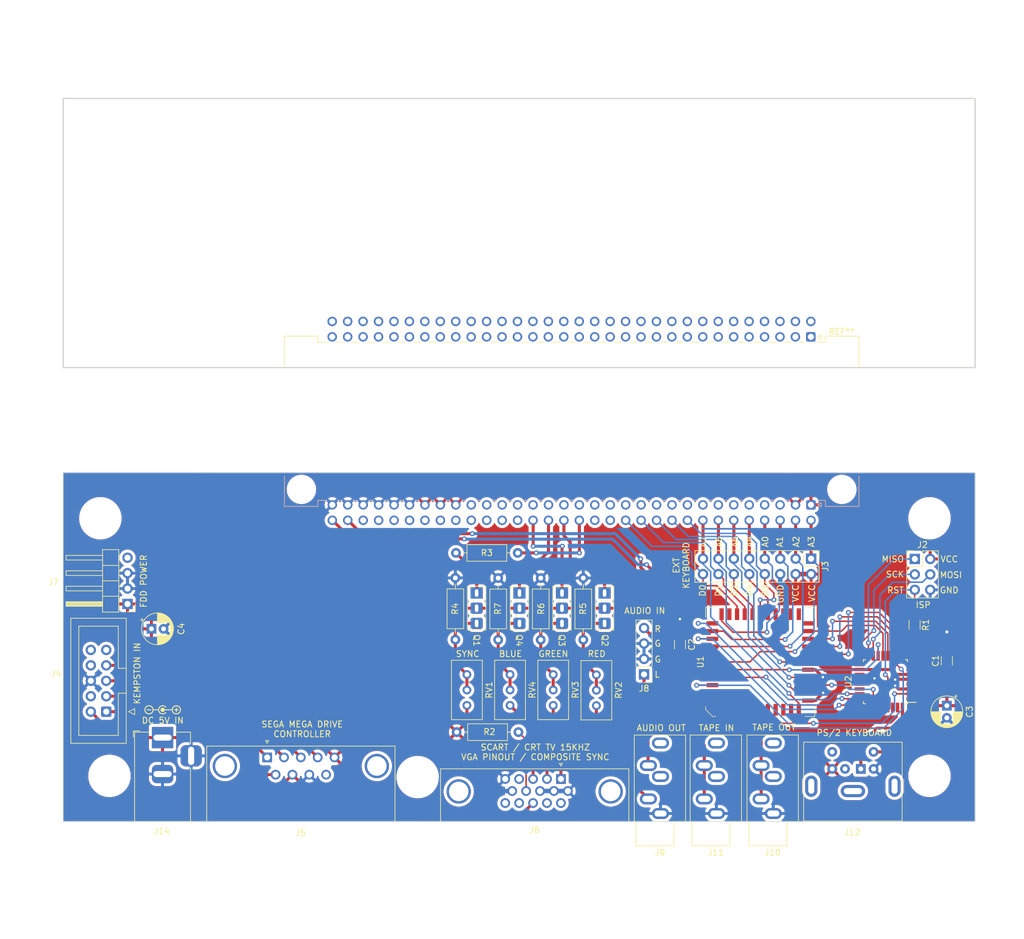
<source format=kicad_pcb>
(kicad_pcb (version 20221018) (generator pcbnew)
  (layers (0 "F.Cu" signal) (31 "B.Cu" signal) (34 "B.Paste" user) (35 "F.Paste" user) (36 "B.SilkS" user "B.Silkscreen") (37 "F.SilkS" user "F.Silkscreen") (38 "B.Mask" user) (39 "F.Mask" user) (44 "Edge.Cuts" user))
  (net 0 "")
  (net 1 "VCC")
  (net 2 "GND")
  (net 24 "/Y3")
  (net 25 "/Y2")
  (net 26 "/Y1")
  (net 27 "/Y0")
  (net 28 "/Y4")
  (net 29 "/Y5")
  (net 30 "/Y6")
  (net 31 "/Y7")
  (net 32 "/X3")
  (net 33 "/X4")
  (net 34 "/X2")
  (net 35 "/X1")
  (net 36 "/X0")
  (net 39 "/SYNC")
  (net 40 "/RED")
  (net 41 "/BLUE")
  (net 42 "/GREEN")
  (net 54 "/TAPE_IN")
  (net 55 "/TAPE_OUT")
  (net 56 "/UP")
  (net 57 "/FIRE")
  (net 58 "/DOWN")
  (net 60 "/LEFT")
  (net 61 "/RIGHT")
  (net 66 "/CRT_RED")
  (net 67 "/CRT_GREEN")
  (net 68 "/CRT_BLUE")
  (net 70 "Net-(J6-Pad9)")
  (net 73 "/CRT_SYNC")
  (net 77 "/AUDIO_LEFT")
  (net 78 "/AUDIO_RIGHT")
  (net 79 "/DAT")
  (net 81 "/CLK")
  (net 83 "/MOSI")
  (net 84 "/RST")
  (net 85 "/SCK")
  (net 86 "/MISO")
  (net 87 "Net-(Q1-B)")
  (net 88 "Net-(Q1-E)")
  (net 89 "Net-(Q2-E)")
  (net 90 "Net-(Q3-E)")
  (net 91 "Net-(Q4-E)")
  (net 92 "/AY2")
  (net 93 "/RESET")
  (net 94 "/AX3")
  (net 95 "/AX0")
  (net 107 "/STROBE")
  (net 108 "/AX1")
  (net 109 "/AX2")
  (net 110 "/AY0")
  (net 111 "/AY1")
  (net 118 "/CS")
  (net 119 "/DATA")
  (footprint "MountingHole:MountingHole_3mm" (layer "F.Cu") (at 197.1 33.5)
    (fp_text reference "REF**")
    (fp_text value "MountingHole_3mm")
  )
  (footprint "MountingHole:MountingHole_3mm" (layer "F.Cu") (at 62.2 108.2)
    (fp_text reference "REF**")
    (fp_text value "MountingHole_3mm")
  )
  (footprint "Resistor_THT:R_Axial_DIN0207_L6.3mm_D2.5mm_P10.16mm_Horizontal" (layer "F.Cu") (at 119.32 101)
    (fp_text reference "R2")
    (fp_text value "180")
  )
  (footprint "MountingHole:MountingHole_3mm" (layer "F.Cu") (at 60.7 35)
    (fp_text reference "REF**")
    (fp_text value "MountingHole_3mm")
  )
  (footprint "Resistor_THT:R_Axial_DIN0207_L6.3mm_D2.5mm_P10.16mm_Horizontal" (layer "F.Cu") (at 119.1 85.78 90)
    (fp_text reference "R4")
    (fp_text value "220")
  )
  (footprint "Package_LCC:PLCC-44" (layer "F.Cu") (at 169.25 89.45 90)
    (fp_text reference "U1")
    (fp_text value "MT8816 PLCC44")
  )
  (footprint "KT315:KT315" (layer "F.Cu") (at 143.645 80.6 -90)
    (fp_text reference "Q2")
    (fp_text value "Q_NPN_BCE")
  )
  (footprint "Connector_IDC:IDC-Header_2x05_P2.54mm_Vertical" (layer "F.Cu") (at 61.67 97.63 180)
    (fp_text reference "J4")
    (fp_text value "Conn_02x05_Odd_Even Kempston In")
  )
  (footprint "MountingHole:MountingHole_3mm" (layer "F.Cu") (at 112.9 108.4)
    (fp_text reference "REF**")
    (fp_text value "MountingHole_3mm")
  )
  (footprint "Connector_Audio:Jack_3.5mm_CUI_SJ1-3535NG_Horizontal" (layer "F.Cu") (at 162.05 114.391151 180)
    (fp_text reference "J11")
    (fp_text value "Tape In")
  )
  (footprint "Resistor_SMD:R_1206_3216Metric_Pad1.30x1.75mm_HandSolder" (layer "F.Cu") (at 194.65 83.35 -90)
    (fp_text reference "R1")
    (fp_text value "10K")
  )
  (footprint "Capacitor_SMD:C_1206_3216Metric_Pad1.33x1.80mm_HandSolder" (layer "F.Cu") (at 156.05 86.5875 90)
    (fp_text reference "C2")
    (fp_text value "0.1u")
  )
  (footprint "MountingHole:MountingHole_3mm" (layer "F.Cu") (at 197.1 108.2)
    (fp_text reference "REF**")
    (fp_text value "MountingHole_3mm")
  )
  (footprint "Capacitor_THT:CP_Radial_D5.0mm_P2.00mm" (layer "F.Cu") (at 69.1 84)
    (fp_text reference "C4")
    (fp_text value "10u")
  )
  (footprint "Connector_Audio:Jack_3.5mm_CUI_SJ1-3535NG_Horizontal" (layer "F.Cu") (at 152.85 114.391151 180)
    (fp_text reference "J9")
    (fp_text value "AudioJack3")
  )
  (footprint "Connector_Audio:Jack_3.5mm_CUI_SJ1-3535NG_Horizontal" (layer "F.Cu") (at 171.4 114.391151 180)
    (fp_text reference "J10")
    (fp_text value "Tape Out")
  )
  (footprint "Potentiometer_THT:Potentiometer_Bourns_3296W_Vertical" (layer "F.Cu") (at 135.2 96.6 -90)
    (fp_text reference "RV3")
    (fp_text value "500")
  )
  (footprint "Potentiometer_THT:Potentiometer_Bourns_3296W_Vertical" (layer "F.Cu") (at 128.1 96.6 -90)
    (fp_text reference "RV4")
    (fp_text value "500")
  )
  (footprint "Potentiometer_THT:Potentiometer_Bourns_3296W_Vertical" (layer "F.Cu") (at 121 96.6 -90)
    (fp_text reference "RV1")
    (fp_text value "1K")
  )
  (footprint "Package_QFP:TQFP-32_7x7mm_P0.8mm" (layer "F.Cu") (at 189.85 92.7 180)
    (fp_text reference "U2")
    (fp_text value "ATmega168PA-A")
  )
  (footprint "Connector_Mini-DIN_Female_6Pin:Connector_Mini-DIN_Female_6Pin_2rows" (layer "F.Cu") (at 185.8 107.05)
    (fp_text reference "J12")
    (fp_text value "Mini-DIN-6")
  )
  (footprint "Connector_Dsub:DSUB-9_Male_Horizontal_P2.77x2.84mm_EdgePinOffset7.70mm_Housed_MountingHolesOffset9.12mm" (layer "F.Cu") (at 88.145 105.16)
    (fp_text reference "J5")
    (fp_text value "DE9_Plug Kempston Out SMD")
  )
  (footprint "Connector_PinHeader_2.54mm:PinHeader_2x03_P2.54mm_Vertical" (layer "F.Cu") (at 194.68 72.495)
    (fp_text reference "J2")
    (fp_text value "Conn_02x03_Odd_Even ATmega Programmer")
  )
  (footprint "KT315:KT315" (layer "F.Cu") (at 122.6 80.6 -90)
    (fp_text reference "Q1")
    (fp_text value "Q_NPN_BCE")
  )
  (footprint "Resistor_THT:R_Axial_DIN0207_L6.3mm_D2.5mm_P10.16mm_Horizontal" (layer "F.Cu") (at 133.145 75.64 -90)
    (fp_text reference "R6")
    (fp_text value "220")
  )
  (footprint "KT315:KT315" (layer "F.Cu") (at 136.645 80.6 -90)
    (fp_text reference "Q3")
    (fp_text value "Q_NPN_BCE")
  )
  (footprint "Connector_PinHeader_2.54mm:PinHeader_1x04_P2.54mm_Vertical" (layer "F.Cu") (at 150.14 91.491151 180)
    (fp_text reference "J8")
    (fp_text value "Conn_01x04 Audio In")
  )
  (footprint "MountingHole:MountingHole_3mm" (layer "F.Cu") (at 60.7 65.8)
    (fp_text reference "REF**")
    (fp_text value "MountingHole_3mm")
  )
  (footprint "Connector_BarrelJack:BarrelJack_Horizontal" (layer "F.Cu") (at 70.9325 101.9 90)
    (fp_text reference "J14")
    (fp_text value "Barrel_Jack_Switch")
  )
  (footprint "Connector_Dsub:DSUB-15-HD_Female_Horizontal_P2.29x1.98mm_EdgePinOffset3.03mm_Housed_MountingHolesOffset4.94mm" (layer "F.Cu") (at 136.465 108.711151)
    (fp_text reference "J6")
    (fp_text value "DE15_Plug_HighDensity VGA CRT")
  )
  (footprint "Connector_PinHeader_2.54mm:PinHeader_1x04_P2.54mm_Horizontal" (layer "F.Cu") (at 65.17 79.91 180)
    (fp_text reference "J7")
    (fp_text value "Conn_01x04 FDD Power")
  )
  (footprint "MountingHole:MountingHole_3mm" (layer "F.Cu") (at 197.1 65.8)
    (fp_text reference "REF**")
    (fp_text value "MountingHole_3mm")
  )
  (footprint "Resistor_THT:R_Axial_DIN0207_L6.3mm_D2.5mm_P10.16mm_Horizontal" (layer "F.Cu") (at 140.145 85.8 90)
    (fp_text reference "R5")
    (fp_text value "220")
  )
  (footprint "Resistor_THT:R_Axial_DIN0207_L6.3mm_D2.5mm_P10.16mm_Horizontal" (layer "F.Cu") (at 129.36 71.5 180)
    (fp_text reference "R3")
    (fp_text value "510")
  )
  (footprint "KT315:KT315" (layer "F.Cu") (at 129.645 80.6 -90)
    (fp_text reference "Q4")
    (fp_text value "Q_NPN_BCE")
  )
  (footprint "Connector_DIN:DIN41612_Q_2x32_Female_Horizontal_THT" (layer "F.Cu") (at 177.58 35.94 180)
    (fp_text reference "REF**")
    (fp_text value "DIN41612_Q_2x32_Female_Horizontal_THT")
  )
  (footprint "Capacitor_SMD:C_1206_3216Metric_Pad1.33x1.80mm_HandSolder" (layer "F.Cu") (at 199.95 89.2625 90)
    (fp_text reference "C1")
    (fp_text value "0.1u")
  )
  (footprint "Potentiometer_THT:Potentiometer_Bourns_3296W_Vertical" (layer "F.Cu") (at 142.3 96.64 -90)
    (fp_text reference "RV2")
    (fp_text value "500")
  )
  (footprint "Connector_PinHeader_2.54mm:PinHeader_2x08_P2.54mm_Vertical" (layer "F.Cu") (at 177.62 72.451151 -90)
    (fp_text reference "J3")
    (fp_text value "Conn_02x08_Odd_Even Ext Keyb")
  )
  (footprint "Capacitor_THT:CP_Radial_D5.0mm_P2.00mm" (layer "F.Cu") (at 199.95 96.644888 -90)
    (fp_text reference "C3")
    (fp_text value "10u")
  )
  (footprint "Resistor_THT:R_Axial_DIN0207_L6.3mm_D2.5mm_P10.16mm_Horizontal" (layer "F.Cu") (at 126.145 75.64 -90)
    (fp_text reference "R7")
    (fp_text value "220")
  )
  (footprint "Connector_DIN:DIN41612_B_2x32_Male_Horizontal_THT" (layer "B.Cu") (at 177.6 63.591151 180)
    (fp_text reference "J1")
    (fp_text value "DIN41612_02x32_AB")
  )
  (gr_poly (pts (xy 73.576 97.4) (xy 72.826 97.4) (xy 72.826 97.25) (xy 73.576 97.25)) (fill solid) (layer "F.SilkS"))
  (gr_poly (pts (xy 70.968924 96.975441) (xy 70.98706 96.97675) (xy 71.004887 96.978908) (xy 71.022386 96.981896) (xy 71.039539 96.985696) (xy 71.056324 96.990286) (xy 71.072724 96.995649) (xy 71.088718 97.001766) (xy 71.104288 97.008616) (xy 71.119413 97.01618) (xy 71.134075 97.024441) (xy 71.148254 97.033377) (xy 71.16193 97.04297) (xy 71.175084 97.053201) (xy 71.187697 97.064051) (xy 71.19975 97.0755) (xy 71.211222 97.087529) (xy 71.222095 97.100119) (xy 71.232349 97.11325) (xy 71.241964 97.126904) (xy 71.250922 97.141061) (xy 71.259203 97.155702) (xy 71.266787 97.170808) (xy 71.273656 97.186359) (xy 71.279789 97.202337) (xy 71.285167 97.218721) (xy 71.289771 97.235494) (xy 71.293582 97.252635) (xy 71.296579 97.270125) (xy 71.298744 97.287946) (xy 71.300057 97.306077) (xy 71.3005 97.3245) (xy 71.300057 97.342924) (xy 71.298744 97.36106) (xy 71.296579 97.378887) (xy 71.293582 97.396387) (xy 71.289771 97.413539) (xy 71.285167 97.430325) (xy 71.279789 97.446724) (xy 71.273656 97.462719) (xy 71.266787 97.478288) (xy 71.259203 97.493414) (xy 71.250922 97.508075) (xy 71.241964 97.522254) (xy 71.232349 97.53593) (xy 71.222095 97.549084) (xy 71.211222 97.561698) (xy 71.19975 97.57375) (xy 71.187697 97.585222) (xy 71.175084 97.596095) (xy 71.16193 97.606349) (xy 71.148254 97.615965) (xy 71.134075 97.624923) (xy 71.119413 97.633204) (xy 71.104288 97.640788) (xy 71.088718 97.647656) (xy 71.072724 97.653789) (xy 71.056324 97.659167) (xy 71.039539 97.663772) (xy 71.022386 97.667582) (xy 71.004887 97.67058) (xy 70.98706 97.672745) (xy 70.968924 97.674058) (xy 70.9505 97.6745) (xy 70.932077 97.674058) (xy 70.913945 97.672745) (xy 70.896125 97.67058) (xy 70.878634 97.667582) (xy 70.861494 97.663772) (xy 70.844721 97.659167) (xy 70.828337 97.653789) (xy 70.812359 97.647656) (xy 70.796808 97.640788) (xy 70.781702 97.633204) (xy 70.767061 97.624923) (xy 70.752904 97.615965) (xy 70.73925 97.606349) (xy 70.726119 97.596095) (xy 70.713529 97.585222) (xy 70.7015 97.57375) (xy 70.690051 97.561698) (xy 70.679201 97.549084) (xy 70.66897 97.53593) (xy 70.659377 97.522254) (xy 70.65044 97.508075) (xy 70.64218 97.493414) (xy 70.634615 97.478288) (xy 70.627765 97.462719) (xy 70.621649 97.446724) (xy 70.616286 97.430325) (xy 70.611695 97.413539) (xy 70.607896 97.396387) (xy 70.604908 97.378887) (xy 70.602749 97.36106) (xy 70.60144 97.342924) (xy 70.601 97.3245) (xy 70.60144 97.306077) (xy 70.602749 97.287946) (xy 70.604908 97.270125) (xy 70.607896 97.252635) (xy 70.611695 97.235494) (xy 70.616286 97.218721) (xy 70.621649 97.202337) (xy 70.627765 97.186359) (xy 70.634615 97.170808) (xy 70.64218 97.155702) (xy 70.65044 97.141061) (xy 70.659377 97.126904) (xy 70.66897 97.11325) (xy 70.679201 97.100119) (xy 70.690051 97.087529) (xy 70.7015 97.0755) (xy 70.713529 97.064051) (xy 70.726119 97.053201) (xy 70.73925 97.04297) (xy 70.752904 97.033377) (xy 70.767061 97.024441) (xy 70.781702 97.01618) (xy 70.796808 97.008616) (xy 70.812359 97.001766) (xy 70.828337 96.995649) (xy 70.844721 96.990286) (xy 70.861494 96.985696) (xy 70.878634 96.981896) (xy 70.896125 96.978908) (xy 70.913945 96.97675) (xy 70.932077 96.975441) (xy 70.9505 96.975)) (fill solid) (layer "F.SilkS"))
  (gr_poly (pts (xy 71.0015 96.5775) (xy 71.0385 96.581) (xy 71.0755 96.5865) (xy 71.112 96.5935) (xy 71.148 96.602) (xy 71.1835 96.613) (xy 71.2185 96.626) (xy 71.253 96.64) (xy 71.287 96.6555) (xy 71.3195 96.673) (xy 71.3515 96.692) (xy 71.3825 96.713) (xy 71.4125 96.735) (xy 71.441 96.7585) (xy 71.4685 96.7835) (xy 71.495 96.81) (xy 71.52 96.8375) (xy 71.5435 96.866) (xy 71.5655 96.896) (xy 71.4315 96.9895) (xy 71.415 96.966) (xy 71.3965 96.9435) (xy 71.377 96.922) (xy 71.3565 96.901) (xy 71.3345 96.8815) (xy 71.312 96.863) (xy 71.2885 96.846) (xy 71.2645 96.8295) (xy 71.2395 96.8145) (xy 71.2135 96.801) (xy 71.1875 96.788) (xy 71.1605 96.777) (xy 71.133 96.7675) (xy 71.105 96.759) (xy 71.0765 96.752) (xy 71.048 96.7465) (xy 71.019 96.7425) (xy 70.99 96.74) (xy 70.961 96.7385) (xy 70.932 96.739) (xy 70.9025 96.7405) (xy 70.8735 96.7435) (xy 70.845 96.748) (xy 70.8165 96.754) (xy 70.788 96.7615) (xy 70.7605 96.7705) (xy 70.733 96.7805) (xy 70.7065 96.7915) (xy 70.68 96.804) (xy 70.6545 96.8185) (xy 70.6295 96.8335) (xy 70.6055 96.85) (xy 70.5825 96.868) (xy 70.5605 96.8865) (xy 70.539 96.9065) (xy 70.519 96.9275) (xy 70.4995 96.9495) (xy 70.481 96.9725) (xy 70.464 96.996) (xy 70.4485 97.0205) (xy 70.434 97.046) (xy 70.4205 97.072) (xy 70.4085 97.0985) (xy 70.398 97.1255) (xy 70.389 97.1535) (xy 70.381 97.1815) (xy 70.3745 97.21) (xy 70.3695 97.2385) (xy 70.366 97.2675) (xy 70.3635 97.2965) (xy 70.363 97.3255) (xy 70.3635 97.355) (xy 70.366 97.384) (xy 70.3695 97.413) (xy 70.3745 97.4415) (xy 70.381 97.47) (xy 70.389 97.498) (xy 70.398 97.5255) (xy 70.409 97.553) (xy 70.4205 97.5795) (xy 70.434 97.6055) (xy 70.4485 97.6305) (xy 70.464 97.655) (xy 70.481 97.679) (xy 70.499 97.7015) (xy 70.518 97.7235) (xy 70.5385 97.7445) (xy 70.5595 97.7645) (xy 70.582 97.7835) (xy 70.605 97.801) (xy 70.629 97.8175) (xy 70.654 97.833) (xy 70.6795 97.847) (xy 70.7055 97.8595) (xy 70.7325 97.8715) (xy 70.7595 97.882) (xy 70.7875 97.8905) (xy 70.8155 97.898) (xy 70.844 97.904) (xy 70.873 97.9085) (xy 70.902 97.9115) (xy 70.931 97.913) (xy 70.9605 97.9135) (xy 70.9895 97.912) (xy 71.0185 97.9095) (xy 71.0475 97.9055) (xy 71.076 97.9) (xy 71.104 97.893) (xy 71.132 97.8845) (xy 71.1595 97.875) (xy 71.1865 97.8635) (xy 71.213 97.852) (xy 71.2385 97.838) (xy 71.264 97.823) (xy 71.288 97.807) (xy 71.3115 97.7895) (xy 71.334 97.771) (xy 71.3555 97.7515) (xy 71.376 97.731) (xy 71.3955 97.7095) (xy 71.414 97.6865) (xy 71.432 97.6635) (xy 71.5645 97.756) (xy 71.542 97.786) (xy 71.5185 97.815) (xy 71.4935 97.8425) (xy 71.4675 97.869) (xy 71.44 97.8935) (xy 71.411 97.9175) (xy 71.381 97.9395) (xy 71.35 97.96) (xy 71.3185 97.979) (xy 71.2855 97.9965) (xy 71.252 98.0125) (xy 71.2175 98.0265) (xy 71.1825 98.0385) (xy 71.1465 98.049) (xy 71.1105 98.0575) (xy 71.074 98.0645) (xy 71.037 98.07) (xy 71 98.0735) (xy 70.963 98.075) (xy 70.926 98.0745) (xy 70.8885 98.0725) (xy 70.852 98.0685) (xy 70.815 98.0625) (xy 70.7785 98.055) (xy 70.7425 98.0455) (xy 70.707 98.034) (xy 70.6725 98.021) (xy 70.638 98.0065) (xy 70.605 97.99) (xy 70.572 97.972) (xy 70.5405 97.9525) (xy 70.51 97.9315) (xy 70.4805 97.909) (xy 70.452 97.8845) (xy 70.425 97.8595) (xy 70.399 97.8325) (xy 70.3745 97.8045) (xy 70.3515 97.7755) (xy 70.33 97.745) (xy 70.31 97.714) (xy 70.292 97.6815) (xy 70.275 97.6485) (xy 70.2595 97.6145) (xy 70.246 97.58) (xy 70.2345 97.544) (xy 70.2245 97.5085) (xy 70.216 97.472) (xy 70.21 97.4355) (xy 70.205 97.3985) (xy 70.2025 97.3615) (xy 70.2015 97.3245) (xy 70.2025 97.287) (xy 70.205 97.25) (xy 70.21 97.213) (xy 70.2165 97.1765) (xy 70.2245 97.1405) (xy 70.2345 97.1045) (xy 70.2465 97.0695) (xy 70.26 97.035) (xy 70.275 97.001) (xy 70.292 96.968) (xy 70.311 96.936) (xy 70.331 96.9045) (xy 70.3525 96.874) (xy 70.376 96.845) (xy 70.4005 96.817) (xy 70.426 96.7905) (xy 70.4535 96.765) (xy 70.4815 96.741) (xy 70.5115 96.7185) (xy 70.542 96.6975) (xy 70.5735 96.678) (xy 70.606 96.66) (xy 70.6395 96.6435) (xy 70.6735 96.629) (xy 70.7085 96.616) (xy 70.744 96.6055) (xy 70.78 96.596) (xy 70.8165 96.5885) (xy 70.853 96.5825) (xy 70.89 96.5785) (xy 70.9275 96.5765) (xy 70.9645 96.576)) (fill solid) (layer "F.SilkS"))
  (gr_poly (pts (xy 73.276 97.7) (xy 73.126 97.7) (xy 73.126 96.95) (xy 73.276 96.95)) (fill solid) (layer "F.SilkS"))
  (gr_poly (pts (xy 69.076 97.4) (xy 68.326 97.4) (xy 68.326 97.25) (xy 69.076 97.25)) (fill solid) (layer "F.SilkS"))
  (gr_poly (pts (xy 70.251 97.4) (xy 69.401 97.4) (xy 69.401 97.25) (xy 70.251 97.25)) (fill solid) (layer "F.SilkS"))
  (gr_poly (pts (xy 68.740544 96.575945) (xy 68.77946 96.578754) (xy 68.817709 96.583384) (xy 68.855248 96.589795) (xy 68.892036 96.597945) (xy 68.928032 96.607794) (xy 68.963195 96.6193) (xy 68.997484 96.632422) (xy 69.030857 96.647118) (xy 69.063274 96.663348) (xy 69.094693 96.681071) (xy 69.125072 96.700244) (xy 69.154371 96.720827) (xy 69.182549 96.74278) (xy 69.209564 96.766059) (xy 69.235375 96.790625) (xy 69.259941 96.816436) (xy 69.28322 96.843451) (xy 69.305172 96.871629) (xy 69.325756 96.900928) (xy 69.344929 96.931307) (xy 69.362651 96.962726) (xy 69.378881 96.995142) (xy 69.393578 97.028516) (xy 69.4067 97.062804) (xy 69.418206 97.097968) (xy 69.428054 97.133964) (xy 69.436205 97.170752) (xy 69.442616 97.208291) (xy 69.447246 97.246539) (xy 69.450054 97.285456) (xy 69.451 97.325) (xy 69.450054 97.364544) (xy 69.447246 97.403461) (xy 69.442616 97.441709) (xy 69.436205 97.479248) (xy 69.428054 97.516036) (xy 69.418206 97.552032) (xy 69.4067 97.587196) (xy 69.393578 97.621484) (xy 69.378881 97.654858) (xy 69.362651 97.687274) (xy 69.344929 97.718693) (xy 69.325756 97.749072) (xy 69.305172 97.778371) (xy 69.28322 97.806549) (xy 69.259941 97.833564) (xy 69.235375 97.859375) (xy 69.209564 97.883941) (xy 69.182549 97.90722) (xy 69.154371 97.929173) (xy 69.125072 97.949756) (xy 69.094693 97.968929) (xy 69.063274 97.986652) (xy 69.030857 98.002882) (xy 68.997484 98.017578) (xy 68.963195 98.0307) (xy 68.928032 98.042206) (xy 68.892036 98.052055) (xy 68.855248 98.060205) (xy 68.817709 98.066616) (xy 68.77946 98.071246) (xy 68.740544 98.074055) (xy 68.701 98.075) (xy 68.661456 98.074055) (xy 68.622539 98.071246) (xy 68.584291 98.066616) (xy 68.546752 98.060205) (xy 68.509964 98.052055) (xy 68.473967 98.042206) (xy 68.438804 98.0307) (xy 68.404515 98.017578) (xy 68.371142 98.002882) (xy 68.338726 97.986652) (xy 68.307307 97.968929) (xy 68.276928 97.949756) (xy 68.247628 97.929173) (xy 68.219451 97.90722) (xy 68.192436 97.883941) (xy 68.166625 97.859375) (xy 68.142059 97.833564) (xy 68.118779 97.806549) (xy 68.096827 97.778371) (xy 68.076244 97.749072) (xy 68.057071 97.718693) (xy 68.039348 97.687274) (xy 68.023118 97.654858) (xy 68.008422 97.621484) (xy 67.9953 97.587196) (xy 67.983794 97.552032) (xy 67.973945 97.516036) (xy 67.965795 97.479248) (xy 67.959384 97.441709) (xy 67.954753 97.403461) (xy 67.951945 97.364544) (xy 67.951 97.325) (xy 67.951012 97.3245) (xy 68.1155 97.3245) (xy 68.116237 97.355344) (xy 68.118428 97.385699) (xy 68.122039 97.415533) (xy 68.12704 97.444813) (xy 68.133397 97.473508) (xy 68.141079 97.501585) (xy 68.150054 97.529013) (xy 68.160289 97.555758) (xy 68.171752 97.581789) (xy 68.184412 97.607074) (xy 68.198235 97.63158) (xy 68.21319 97.655276) (xy 68.229245 97.67813) (xy 68.246368 97.700108) (xy 68.264526 97.72118) (xy 68.283687 97.741312) (xy 68.30382 97.760474) (xy 68.324892 97.778632) (xy 68.34687 97.795755) (xy 68.369723 97.81181) (xy 68.393419 97.826765) (xy 68.417926 97.840588) (xy 68.443211 97.853248) (xy 68.469242 97.864711) (xy 68.495987 97.874946) (xy 68.523414 97.88392) (xy 68.551492 97.891603) (xy 68.580186 97.89796) (xy 68.609467 97.90296) (xy 68.6393 97.906572) (xy 68.669656 97.908763) (xy 68.7005 97.9095) (xy 68.731344 97.908763) (xy 68.761699 97.906572) (xy 68.791533 97.90296) (xy 68.820813 97.89796) (xy 68.849508 97.891603) (xy 68.877585 97.88392) (xy 68.905012 97.874946) (xy 68.931758 97.864711) (xy 68.957789 97.853248) (xy 68.983074 97.840588) (xy 69.00758 97.826765) (xy 69.031276 97.81181) (xy 69.054129 97.795755) (xy 69.076108 97.778632) (xy 69.09718 97.760474) (xy 69.117312 97.741312) (xy 69.136474 97.72118) (xy 69.154632 97.700108) (xy 69.171754 97.67813) (xy 69.187809 97.655276) (xy 69.202765 97.63158) (xy 69.216588 97.607074) (xy 69.229247 97.581789) (xy 69.240711 97.555758) (xy 69.250946 97.529013) (xy 69.25992 97.501585) (xy 69.267602 97.473508) (xy 69.27396 97.444813) (xy 69.27896 97.415533) (xy 69.282572 97.385699) (xy 69.284762 97.355344) (xy 69.2855 97.3245) (xy 69.284762 97.293656) (xy 69.282572 97.263301) (xy 69.27896 97.233467) (xy 69.27396 97.204187) (xy 69.267602 97.175492) (xy 69.25992 97.147415) (xy 69.250946 97.119987) (xy 69.240711 97.093242) (xy 69.229247 97.067211) (xy 69.216588 97.041926) (xy 69.202765 97.01742) (xy 69.187809 96.993724) (xy 69.171754 96.97087) (xy 69.154632 96.948892) (xy 69.136474 96.92782) (xy 69.117312 96.907687) (xy 69.09718 96.888526) (xy 69.076108 96.870368) (xy 69.054129 96.853245) (xy 69.031276 96.83719) (xy 69.00758 96.822235) (xy 68.983074 96.808412) (xy 68.957789 96.795752) (xy 68.931758 96.784289) (xy 68.905012 96.774054) (xy 68.877585 96.765079) (xy 68.849508 96.757397) (xy 68.820813 96.75104) (xy 68.791533 96.746039) (xy 68.761699 96.742428) (xy 68.731344 96.740237) (xy 68.7005 96.7395) (xy 68.669656 96.740237) (xy 68.6393 96.742428) (xy 68.609467 96.746039) (xy 68.580186 96.75104) (xy 68.551492 96.757397) (xy 68.523414 96.765079) (xy 68.495987 96.774054) (xy 68.469242 96.784289) (xy 68.443211 96.795752) (xy 68.417926 96.808412) (xy 68.393419 96.822235) (xy 68.369723 96.83719) (xy 68.34687 96.853245) (xy 68.324892 96.870368) (xy 68.30382 96.888526) (xy 68.283687 96.907687) (xy 68.264526 96.92782) (xy 68.246368 96.948892) (xy 68.229245 96.97087) (xy 68.21319 96.993724) (xy 68.198235 97.01742) (xy 68.184412 97.041926) (xy 68.171752 97.067211) (xy 68.160289 97.093242) (xy 68.150054 97.119987) (xy 68.141079 97.147415) (xy 68.133397 97.175492) (xy 68.12704 97.204187) (xy 68.122039 97.233467) (xy 68.118428 97.263301) (xy 68.116237 97.293656) (xy 68.1155 97.3245) (xy 67.951012 97.3245) (xy 67.951945 97.285456) (xy 67.954753 97.246539) (xy 67.959384 97.208291) (xy 67.965795 97.170752) (xy 67.973945 97.133964) (xy 67.983794 97.097968) (xy 67.9953 97.062804) (xy 68.008422 97.028516) (xy 68.023118 96.995142) (xy 68.039348 96.962726) (xy 68.057071 96.931307) (xy 68.076244 96.900928) (xy 68.096827 96.871629) (xy 68.118779 96.843451) (xy 68.142059 96.816436) (xy 68.166625 96.790625) (xy 68.192436 96.766059) (xy 68.219451 96.74278) (xy 68.247628 96.720827) (xy 68.276928 96.700244) (xy 68.307307 96.681071) (xy 68.338726 96.663348) (xy 68.371142 96.647118) (xy 68.404515 96.632422) (xy 68.438804 96.6193) (xy 68.473967 96.607794) (xy 68.509964 96.597945) (xy 68.546752 96.589795) (xy 68.584291 96.583384) (xy 68.622539 96.578754) (xy 68.661456 96.575945) (xy 68.701 96.575)) (fill solid) (layer "F.SilkS"))
  (gr_poly (pts (xy 72.476 97.4) (xy 71.176 97.4) (xy 71.176 97.25) (xy 72.476 97.25)) (fill solid) (layer "F.SilkS"))
  (gr_poly (pts (xy 73.240544 96.575945) (xy 73.279461 96.578754) (xy 73.317709 96.583384) (xy 73.355248 96.589795) (xy 73.392036 96.597945) (xy 73.428032 96.607794) (xy 73.463196 96.6193) (xy 73.497484 96.632422) (xy 73.530858 96.647118) (xy 73.563274 96.663348) (xy 73.594693 96.681071) (xy 73.625072 96.700244) (xy 73.654371 96.720827) (xy 73.682549 96.74278) (xy 73.709564 96.766059) (xy 73.735375 96.790625) (xy 73.759941 96.816436) (xy 73.78322 96.843451) (xy 73.805173 96.871629) (xy 73.825756 96.900928) (xy 73.844929 96.931307) (xy 73.862652 96.962726) (xy 73.878882 96.995142) (xy 73.893578 97.028516) (xy 73.9067 97.062804) (xy 73.918206 97.097968) (xy 73.928055 97.133964) (xy 73.936205 97.170752) (xy 73.942616 97.208291) (xy 73.947246 97.246539) (xy 73.950055 97.285456) (xy 73.951 97.325) (xy 73.950055 97.364544) (xy 73.947246 97.403461) (xy 73.942616 97.441709) (xy 73.936205 97.479248) (xy 73.928055 97.516036) (xy 73.918206 97.552032) (xy 73.9067 97.587196) (xy 73.893578 97.621484) (xy 73.878882 97.654858) (xy 73.862652 97.687274) (xy 73.844929 97.718693) (xy 73.825756 97.749072) (xy 73.805173 97.778371) (xy 73.78322 97.806549) (xy 73.759941 97.833564) (xy 73.735375 97.859375) (xy 73.709564 97.883941) (xy 73.682549 97.90722) (xy 73.654371 97.929173) (xy 73.625072 97.949756) (xy 73.594693 97.968929) (xy 73.563274 97.986652) (xy 73.530858 98.002882) (xy 73.497484 98.017578) (xy 73.463196 98.0307) (xy 73.428032 98.042206) (xy 73.392036 98.052055) (xy 73.355248 98.060205) (xy 73.317709 98.066616) (xy 73.279461 98.071246) (xy 73.240544 98.074055) (xy 73.201 98.075) (xy 73.161456 98.074055) (xy 73.122539 98.071246) (xy 73.084291 98.066616) (xy 73.046752 98.060205) (xy 73.009964 98.052055) (xy 72.973968 98.042206) (xy 72.938804 98.0307) (xy 72.904516 98.017578) (xy 72.871142 98.002882) (xy 72.838726 97.986652) (xy 72.807307 97.968929) (xy 72.776928 97.949756) (xy 72.747629 97.929173) (xy 72.719451 97.90722) (xy 72.692436 97.883941) (xy 72.666625 97.859375) (xy 72.642059 97.833564) (xy 72.61878 97.806549) (xy 72.596827 97.778371) (xy 72.576244 97.749072) (xy 72.557071 97.718693) (xy 72.539348 97.687274) (xy 72.523118 97.654858) (xy 72.508422 97.621484) (xy 72.4953 97.587196) (xy 72.483794 97.552032) (xy 72.473945 97.516036) (xy 72.465795 97.479248) (xy 72.459384 97.441709) (xy 72.454754 97.403461) (xy 72.451945 97.364544) (xy 72.451 97.325) (xy 72.451012 97.3245) (xy 72.6155 97.3245) (xy 72.616237 97.355344) (xy 72.618428 97.385699) (xy 72.62204 97.415533) (xy 72.62704 97.444813) (xy 72.633397 97.473508) (xy 72.64108 97.501585) (xy 72.650054 97.529013) (xy 72.660289 97.555758) (xy 72.671752 97.581789) (xy 72.684412 97.607074) (xy 72.698235 97.63158) (xy 72.71319 97.655276) (xy 72.729245 97.67813) (xy 72.746368 97.700108) (xy 72.764526 97.72118) (xy 72.783688 97.741312) (xy 72.80382 97.760474) (xy 72.824892 97.778632) (xy 72.84687 97.795755) (xy 72.869724 97.81181) (xy 72.89342 97.826765) (xy 72.917926 97.840588) (xy 72.943211 97.853248) (xy 72.969242 97.864711) (xy 72.995987 97.874946) (xy 73.023415 97.88392) (xy 73.051492 97.891603) (xy 73.080186 97.89796) (xy 73.109467 97.90296) (xy 73.139301 97.906572) (xy 73.169656 97.908763) (xy 73.2005 97.9095) (xy 73.231344 97.908763) (xy 73.261699 97.906572) (xy 73.291533 97.90296) (xy 73.320813 97.89796) (xy 73.349508 97.891603) (xy 73.377585 97.88392) (xy 73.405012 97.874946) (xy 73.431758 97.864711) (xy 73.457789 97.853248) (xy 73.483074 97.840588) (xy 73.50758 97.826765) (xy 73.531276 97.81181) (xy 73.554129 97.795755) (xy 73.576108 97.778632) (xy 73.59718 97.760474) (xy 73.617312 97.741312) (xy 73.636474 97.72118) (xy 73.654632 97.700108) (xy 73.671754 97.67813) (xy 73.687809 97.655276) (xy 73.702765 97.63158) (xy 73.716588 97.607074) (xy 73.729247 97.581789) (xy 73.740711 97.555758) (xy 73.750946 97.529013) (xy 73.75992 97.501585) (xy 73.767602 97.473508) (xy 73.77396 97.444813) (xy 73.77896 97.415533) (xy 73.782572 97.385699) (xy 73.784762 97.355344) (xy 73.7855 97.3245) (xy 73.784762 97.293656) (xy 73.782572 97.263301) (xy 73.77896 97.233467) (xy 73.77396 97.204187) (xy 73.767602 97.175492) (xy 73.75992 97.147415) (xy 73.750946 97.119987) (xy 73.740711 97.093242) (xy 73.729247 97.067211) (xy 73.716588 97.041926) (xy 73.702765 97.01742) (xy 73.687809 96.993724) (xy 73.671754 96.97087) (xy 73.654632 96.948892) (xy 73.636474 96.92782) (xy 73.617312 96.907687) (xy 73.59718 96.888526) (xy 73.576108 96.870368) (xy 73.554129 96.853245) (xy 73.531276 96.83719) (xy 73.50758 96.822235) (xy 73.483074 96.808412) (xy 73.457789 96.795752) (xy 73.431758 96.784289) (xy 73.405012 96.774054) (xy 73.377585 96.765079) (xy 73.349508 96.757397) (xy 73.320813 96.75104) (xy 73.291533 96.746039) (xy 73.261699 96.742428) (xy 73.231344 96.740237) (xy 73.2005 96.7395) (xy 73.169656 96.740237) (xy 73.139301 96.742428) (xy 73.109467 96.746039) (xy 73.080186 96.75104) (xy 73.051492 96.757397) (xy 73.023415 96.765079) (xy 72.995987 96.774054) (xy 72.969242 96.784289) (xy 72.943211 96.795752) (xy 72.917926 96.808412) (xy 72.89342 96.822235) (xy 72.869724 96.83719) (xy 72.84687 96.853245) (xy 72.824892 96.870368) (xy 72.80382 96.888526) (xy 72.783688 96.907687) (xy 72.764526 96.92782) (xy 72.746368 96.948892) (xy 72.729245 96.97087) (xy 72.71319 96.993724) (xy 72.698235 97.01742) (xy 72.684412 97.041926) (xy 72.671752 97.067211) (xy 72.660289 97.093242) (xy 72.650054 97.119987) (xy 72.64108 97.147415) (xy 72.633397 97.175492) (xy 72.62704 97.204187) (xy 72.62204 97.233467) (xy 72.618428 97.263301) (xy 72.616237 97.293656) (xy 72.6155 97.3245) (xy 72.451012 97.3245) (xy 72.451945 97.285456) (xy 72.454754 97.246539) (xy 72.459384 97.208291) (xy 72.465795 97.170752) (xy 72.473945 97.133964) (xy 72.483794 97.097968) (xy 72.4953 97.062804) (xy 72.508422 97.028516) (xy 72.523118 96.995142) (xy 72.539348 96.962726) (xy 72.557071 96.931307) (xy 72.576244 96.900928) (xy 72.596827 96.871629) (xy 72.61878 96.843451) (xy 72.642059 96.816436) (xy 72.666625 96.790625) (xy 72.692436 96.766059) (xy 72.719451 96.74278) (xy 72.747629 96.720827) (xy 72.776928 96.700244) (xy 72.807307 96.681071) (xy 72.838726 96.663348) (xy 72.871142 96.647118) (xy 72.904516 96.632422) (xy 72.938804 96.6193) (xy 72.973968 96.607794) (xy 73.009964 96.597945) (xy 73.046752 96.589795) (xy 73.084291 96.583384) (xy 73.122539 96.578754) (xy 73.161456 96.575945) (xy 73.201 96.575)) (fill solid) (layer "F.SilkS"))
  (gr_line (start 204.6 58.3) (end 204.6 115.71) (stroke (width 0.1)) (layer "Edge.Cuts"))
  (gr_line (start 54.6 41) (end 54.6 -3.3) (stroke (width 0.20066)) (layer "Edge.Cuts"))
  (gr_line (start 54.6 -3.3) (end 204.6 -3.3) (stroke (width 0.20066)) (layer "Edge.Cuts"))
  (gr_line (start 54.6 115.701151) (end 54.6 58.291151) (stroke (width 0.1)) (layer "Edge.Cuts"))
  (gr_line (start 204.6 115.71) (end 54.6 115.701151) (stroke (width 0.1)) (layer "Edge.Cuts"))
  (gr_line (start 204.6 -3.3) (end 204.6 41) (stroke (width 0.20066)) (layer "Edge.Cuts"))
  (gr_line (start 204.6 41) (end 54.6 41) (stroke (width 0.20066)) (layer "Edge.Cuts"))
  (gr_line (start 54.6 58.291151) (end 204.6 58.3) (stroke (width 0.1)) (layer "Edge.Cuts"))
  (gr_text "TAPE IN" (at 159.05 100.901151) (layer "F.SilkS") (effects (font (size 1 1)) (justify left bottom)))
  (gr_text "A7" (at 160.46 70.661151 90) (layer "F.SilkS") (effects (font (size 1 1)) (justify left bottom)))
  (gr_text "DC 5V IN" (at 67.440544 99.675945) (layer "F.SilkS") (effects (font (size 1 1)) (justify left bottom)))
  (gr_text "SCART / CRT TV 15KHZ\nVGA PINOUT / COMPOSITE SYNC" (at 132.25 105.691151) (layer "F.SilkS") (effects (font (size 1 1)) (justify bottom)))
  (gr_text "L" (at 151.8 92.1) (layer "F.SilkS") (effects (font (size 1 1)) (justify left bottom)))
  (gr_text "MISO" (at 189.15 73.12) (layer "F.SilkS") (effects (font (size 1 1)) (justify left bottom)))
  (gr_text "VCC" (at 198.82 73.12) (layer "F.SilkS") (effects (font (size 1 1)) (justify left bottom)))
  (gr_text "AUDIO IN" (at 146.8 81.601151) (layer "F.SilkS") (effects (font (size 1 1)) (justify left bottom)))
  (gr_text "A4" (at 168.06 70.661151 90) (layer "F.SilkS") (effects (font (size 1 1)) (justify left bottom)))
  (gr_text "R" (at 151.8 84.6) (layer "F.SilkS") (effects (font (size 1 1)) (justify left bottom)))
  (gr_text "RST" (at 190.05 78.22) (layer "F.SilkS") (effects (font (size 1 1)) (justify left bottom)))
  (gr_text "ISP" (at 194.75 80.65) (layer "F.SilkS") (effects (font (size 1 1)) (justify left bottom)))
  (gr_text "SEGA MEGA DRIVE\nCONTROLLER" (at 93.9 101.9) (layer "F.SilkS") (effects (font (size 1 1)) (justify bottom)))
  (gr_text "D2" (at 165.56 78.761151 90) (layer "F.SilkS") (effects (font (size 1 1)) (justify left bottom)))
  (gr_text "G" (at 151.8 87) (layer "F.SilkS") (effects (font (size 1 1)) (justify left bottom)))
  (gr_text "VCC" (at 178.36 79.661151 90) (layer "F.SilkS") (effects (font (size 1 1)) (justify left bottom)))
  (gr_text "EXT\nKEYBOARD" (at 157.66 73.561151 90) (layer "F.SilkS") (effects (font (size 1 1)) (justify bottom)))
  (gr_text "A2" (at 175.76 70.661151 90) (layer "F.SilkS") (effects (font (size 1 1)) (justify left bottom)))
  (gr_text "BLUE" (at 126.2 88.7) (layer "F.SilkS") (effects (font (size 1 1)) (justify left bottom)))
  (gr_text "D4" (at 168.06 78.761151 90) (layer "F.SilkS") (effects (font (size 1 1)) (justify left bottom)))
  (gr_text "VCC" (at 175.66 79.661151 90) (layer "F.SilkS") (effects (font (size 1 1)) (justify left bottom)))
  (gr_text "GREEN" (at 132.7 88.7) (layer "F.SilkS") (effects (font (size 1 1)) (justify left bottom)))
  (gr_text "MOSI" (at 198.72 75.72) (layer "F.SilkS") (effects (font (size 1 1)) (justify left bottom)))
  (gr_text "A6" (at 163.06 70.661151 90) (layer "F.SilkS") (effects (font (size 1 1)) (justify left bottom)))
  (gr_text "D0" (at 160.36 78.761151 90) (layer "F.SilkS") (effects (font (size 1 1)) (justify left bottom)))
  (gr_text "TAPE OUT" (at 167.85 100.801151) (layer "F.SilkS") (effects (font (size 1 1)) (justify left bottom)))
  (gr_text "G" (at 151.8 89.6) (layer "F.SilkS") (effects (font (size 1 1)) (justify left bottom)))
  (gr_text "SCK" (at 189.85 75.62) (layer "F.SilkS") (effects (font (size 1 1)) (justify left bottom)))
  (gr_text "GND" (at 198.72 78.22) (layer "F.SilkS") (effects (font (size 1 1)) (justify left bottom)))
  (gr_text "A3" (at 178.26 70.661151 90) (layer "F.SilkS") (effects (font (size 1 1)) (justify left bottom)))
  (gr_text "FDD POWER" (at 68.395 80.61 90) (layer "F.SilkS") (effects (font (size 1 1)) (justify left bottom)))
  (gr_text "A5" (at 165.66 70.661151 90) (layer "F.SilkS") (effects (font (size 1 1)) (justify left bottom)))
  (gr_text "D1" (at 162.96 78.761151 90) (layer "F.SilkS") (effects (font (size 1 1)) (justify left bottom)))
  (gr_text "AUDIO OUT" (at 148.85 100.891151) (layer "F.SilkS") (effects (font (size 1 1)) (justify left bottom)))
  (gr_text "A0" (at 170.66 70.661151 90) (layer "F.SilkS") (effects (font (size 1 1)) (justify left bottom)))
  (gr_text "D3" (at 170.66 78.761151 90) (layer "F.SilkS") (effects (font (size 1 1)) (justify left bottom)))
  (gr_text "PS/2 KEYBOARD" (at 178.45 101.691151) (layer "F.SilkS") (effects (font (size 1 1)) (justify left bottom)))
  (gr_text "SYNC" (at 119.1 88.7) (layer "F.SilkS") (effects (font (size 1 1)) (justify left bottom)))
  (gr_text "KEMPSTON IN" (at 67.34 96.5 90) (layer "F.SilkS") (effects (font (size 1 1)) (justify left bottom)))
  (gr_text "A1" (at 173.06 70.661151 90) (layer "F.SilkS") (effects (font (size 1 1)) (justify left bottom)))
  (gr_text "RED" (at 140.8 88.7) (layer "F.SilkS") (effects (font (size 1 1)) (justify left bottom)))
  (gr_text "GND" (at 173.16 79.861151 90) (layer "F.SilkS") (effects (font (size 1 1)) (justify left bottom)))
  (segment (start 175.08 74.991151) (end 177.62 74.991151) (width 0.75) (layer "F.Cu") (net 1))
  (segment (start 191.61 91.5) (end 190.81 90.7) (width 0.5) (layer "F.Cu") (net 1))
  (segment (start 194.1 91.5) (end 191.61 91.5) (width 0.5) (layer "F.Cu") (net 1))
  (segment (start 196 93.1) (end 194.1 93.1) (width 0.5) (layer "F.Cu") (net 1))
  (segment (start 194.1 91.5) (end 196 91.5) (width 0.5) (layer "F.Cu") (net 1))
  (segment (start 161.3875 88.18) (end 158.05 88.18) (width 0.75) (layer "F.Cu") (net 1))
  (segment (start 190.81 90.7) (end 184.2 90.7) (width 0.5) (layer "F.Cu") (net 1))
  (segment (start 178.34 90.72) (end 177.1125 90.72) (width 0.5) (layer "F.Cu") (net 2))
  (segment (start 191.432197 92.3) (end 194.1 92.3) (width 0.5) (layer "F.Cu") (net 2))
  (segment (start 199.95 87.7) (end 199.95 84.5) (width 0.75) (layer "F.Cu") (net 2))
  (segment (start 156.05 85.025) (end 156.05 82.4) (width 0.5) (layer "F.Cu") (net 2))
  (segment (start 156.05 82.4) (end 156.04 82.39) (width 0.25) (layer "F.Cu") (net 2))
  (segment (start 179.6 94.53) (end 178.33 95.8) (width 0.5) (layer "F.Cu") (net 2))
  (segment (start 187.1 93.1) (end 185.6 93.1) (width 0.5) (layer "F.Cu") (net 2))
  (segment (start 192 93.9) (end 194.1 93.9) (width 0.5) (layer "F.Cu") (net 2))
  (segment (start 188.05 92.15) (end 187.1 93.1) (width 0.5) (layer "F.Cu") (net 2))
  (segment (start 178.33 95.8) (end 177.1125 95.8) (width 0.5) (layer "F.Cu") (net 2))
  (segment (start 179.56 91.94) (end 178.34 90.72) (width 0.5) (layer "F.Cu") (net 2))
  (segment (start 191.45 93.35) (end 192 93.9) (width 0.5) (layer "F.Cu") (net 2))
  (segment (start 191.406834 92.325363) (end 191.432197 92.3) (width 0.5) (layer "F.Cu") (net 2))
  (via (at 191.45 93.35) (size 0.8) (drill 0.4) (layers "F.Cu" "B.Cu") (net 2))
  (via (at 199.95 84.5) (size 1) (drill 0.5) (layers "F.Cu" "B.Cu") (net 2))
  (via (at 188.05 92.15) (size 0.8) (drill 0.4) (layers "F.Cu" "B.Cu") (net 2))
  (via (at 191.45 92.35) (size 0.8) (drill 0.4) (layers "F.Cu" "B.Cu") (net 2))
  (via (at 179.56 91.94) (size 0.8) (drill 0.4) (layers "F.Cu" "B.Cu") (net 2))
  (via (at 179.6 94.53) (size 0.8) (drill 0.4) (layers "F.Cu" "B.Cu") (net 2))
  (via (at 156.04 82.39) (size 0.8) (drill 0.4) (layers "F.Cu" "B.Cu") (net 2))
  (segment (start 137.61 110.691151) (end 133.03 110.691151) (width 0.75) (layer "B.Cu") (net 2))
  (segment (start 172.54 74.991151) (end 172.54 76.34) (width 0.75) (layer "B.Cu") (net 2))
  (segment (start 126.6 110.691151) (end 128.45 110.691151) (width 0.75) (layer "B.Cu") (net 2))
  (segment (start 169.25 87.75) (end 167.55 89.45) (width 0.25) (layer "F.Cu") (net 24))
  (segment (start 177.63 72.441151) (end 177.62 72.451151) (width 0.5) (layer "F.Cu") (net 24))
  (segment (start 177.62 72.451151) (end 177.62 66.141151) (width 0.5) (layer "F.Cu") (net 24))
  (segment (start 174.95 87.75) (end 169.25 87.75) (width 0.25) (layer "F.Cu") (net 24))
  (segment (start 167.55 89.45) (end 161.3875 89.45) (width 0.25) (layer "F.Cu") (net 24))
  (via (at 174.95 87.75) (size 0.8) (drill 0.4) (layers "F.Cu" "B.Cu") (net 24))
  (segment (start 178.795 76.205) (end 178.1 76.9) (width 0.25) (layer "B.Cu") (net 24))
  (segment (start 178.1 84.6) (end 174.95 87.75) (width 0.25) (layer "B.Cu") (net 24))
  (segment (start 177.62 72.451151) (end 178.795 73.626151) (width 0.25) (layer "B.Cu") (net 24))
  (segment (start 178.1 76.9) (end 178.1 84.6) (width 0.25) (layer "B.Cu") (net 24))
  (segment (start 178.795 73.626151) (end 178.795 76.205) (width 0.25) (layer "B.Cu") (net 24))
  (segment (start 175.08 72.451151) (end 175.08 66.141151) (width 0.5) (layer "F.Cu") (net 25))
  (segment (start 175.09 72.441151) (end 175.08 72.451151) (width 0.5) (layer "F.Cu") (net 25))
  (segment (start 174.15 86.85) (end 174.09 86.91) (width 0.25) (layer "F.Cu") (net 25))
  (segment (start 174.09 86.91) (end 161.3875 86.91) (width 0.25) (layer "F.Cu") (net 25))
  (via (at 174.15 86.85) (size 0.8) (drill 0.4) (layers "F.Cu" "B.Cu") (net 25))
  (segment (start 176.255 73.626151) (end 176.255 84.745) (width 0.25) (layer "B.Cu") (net 25))
  (segment (start 176.255 84.745) (end 174.15 86.85) (width 0.25) (layer "B.Cu") (net 25))
  (segment (start 176.255 73.626151) (end 175.08 72.451151) (width 0.25) (layer "B.Cu") (net 25))
  (segment (start 163.23 84.37) (end 161.3875 84.37) (width 0.25) (layer "F.Cu") (net 26))
  (segment (start 164.61 85.75) (end 163.23 84.37) (width 0.25) (layer "F.Cu") (net 26))
  (segment (start 173.35 85.75) (end 164.61 85.75) (width 0.25) (layer "F.Cu") (net 26))
  (segment (start 172.54 72.451151) (end 172.54 66.141151) (width 0.5) (layer "F.Cu") (net 26))
  (segment (start 172.55 72.441151) (end 172.54 72.451151) (width 0.5) (layer "F.Cu") (net 26))
  (segment (start 172.54 66.141151) (end 172.55 66.131151) (width 0.25) (layer "F.Cu") (net 26))
  (via (at 173.35 85.75) (size 0.8) (drill 0.4) (layers "F.Cu" "B.Cu") (net 26))
  (segment (start 174.6 76.8) (end 174.6 84.5) (width 0.25) (layer "B.Cu") (net 26))
  (segment (start 173.8 73.711151) (end 173.8 76) (width 0.25) (layer "B.Cu") (net 26))
  (segment (start 174.6 84.5) (end 173.35 85.75) (width 0.25) (layer "B.Cu") (net 26))
  (segment (start 172.54 72.451151) (end 173.8 73.711151) (width 0.25) (layer "B.Cu") (net 26))
  (segment (start 173.8 76) (end 174.6 76.8) (width 0.25) (layer "B.Cu") (net 26))
  (segment (start 170.35 84.55) (end 164.76 84.55) (width 0.25) (layer "F.Cu") (net 27))
  (segment (start 164.76 84.55) (end 162.9 82.69) (width 0.25) (layer "F.Cu") (net 27))
  (segment (start 162.9 82.69) (end 162.9 81.5875) (width 0.25) (layer "F.Cu") (net 27))
  (segment (start 170 72.451151) (end 170 66.141151) (width 0.5) (layer "F.Cu") (net 27))
  (segment (start 170.01 72.441151) (end 170 72.451151) (width 0.5) (layer "F.Cu") (net 27))
  (via (at 170.35 84.55) (size 0.8) (drill 0.4) (layers "F.Cu" "B.Cu") (net 27))
  (segment (start 171.25 73.701151) (end 171.25 76.67) (width 0.25) (layer "B.Cu") (net 27))
  (segment (start 171.25 76.67) (end 172.4 77.82) (width 0.25) (layer "B.Cu") (net 27))
  (segment (start 170.35 83.05) (end 170.35 84.55) (width 0.25) (layer "B.Cu") (net 27))
  (segment (start 172.4 77.82) (end 172.4 81) (width 0.25) (layer "B.Cu") (net 27))
  (segment (start 170 72.451151) (end 171.25 73.701151) (width 0.25) (layer "B.Cu") (net 27))
  (segment (start 172.4 81) (end 170.35 83.05) (width 0.25) (layer "B.Cu") (net 27))
  (segment (start 167.46 72.451151) (end 167.46 66.141151) (width 0.5) (layer "F.Cu") (net 28))
  (segment (start 167.47 72.441151) (end 167.46 72.451151) (width 0.5) (layer "F.Cu") (net 28))
  (segment (start 172.485306 89.45) (end 177.1125 89.45) (width 0.25) (layer "F.Cu") (net 28))
  (segment (start 172.467653 89.432347) (end 172.485306 89.45) (width 0.25) (layer "F.Cu") (net 28))
  (via (at 172.467653 89.432347) (size 0.8) (drill 0.4) (layers "F.Cu" "B.Cu") (net 28))
  (segment (start 168.735 74.60445) (end 168.735 77.765) (width 0.25) (layer "B.Cu") (net 28))
  (segment (start 168.2 85.164694) (end 172.467653 89.432347) (width 0.25) (layer "B.Cu") (net 28))
  (segment (start 167.46 72.451151) (end 167.46 73.32945) (width 0.25) (layer "B.Cu") (net 28))
  (segment (start 168.2 78.3) (end 168.2 85.164694) (width 0.25) (layer "B.Cu") (net 28))
  (segment (start 167.46 73.32945) (end 168.735 74.60445) (width 0.25) (layer "B.Cu") (net 28))
  (segment (start 168.735 77.765) (end 168.2 78.3) (width 0.25) (layer "B.Cu") (net 28))
  (segment (start 164.93 72.441151) (end 164.92 72.451151) (width 0.5) (layer "F.Cu") (net 29))
  (segment (start 174 91.99) (end 177.1125 91.99) (width 0.25) (layer "F.Cu") (net 29))
  (segment (start 164.92 66.141151) (end 164.93 66.131151) (width 0.25) (layer "F.Cu") (net 29))
  (segment (start 164.92 72.451151) (end 164.92 66.141151) (width 0.5) (layer "F.Cu") (net 29))
  (via (at 174 91.99) (size 0.8) (drill 0.4) (layers "F.Cu" "B.Cu") (net 29))
  (segment (start 166.207653 74.617103) (end 164.92 73.32945) (width 0.25) (layer "B.Cu") (net 29))
  (segment (start 174 91.99) (end 167.3 85.29) (width 0.25) (layer "B.Cu") (net 29))
  (segment (start 167.3 85.29) (end 167.3 78.3) (width 0.25) (layer "B.Cu") (net 29))
  (segment (start 167.3 78.3) (end 166.207653 77.207653) (width 0.25) (layer "B.Cu") (net 29))
  (segment (start 164.92 73.32945) (end 164.92 72.451151) (width 0.25) (layer "B.Cu") (net 29))
  (segment (start 166.207653 77.207653) (end 166.207653 74.617103) (width 0.25) (layer "B.Cu") (net 29))
  (segment (start 175.21 94.53) (end 177.1125 94.53) (width 0.25) (layer "F.Cu") (net 30))
  (segment (start 173.97 93.29) (end 175.21 94.53) (width 0.25) (layer "F.Cu") (net 30))
  (segment (start 162.38 72.451151) (end 162.38 66.141151) (width 0.5) (layer "F.Cu") (net 30))
  (segment (start 162.39 72.441151) (end 162.38 72.451151) (width 0.5) (layer "F.Cu") (net 30))
  (via (at 173.97 93.29) (size 0.8) (drill 0.4) (layers "F.Cu" "B.Cu") (net 30))
  (segment (start 163.66 82.98) (end 173.97 93.29) (width 0.25) (layer "B.Cu") (net 30))
  (segment (start 162.38 73.32945) (end 163.66 74.60945) (width 0.25) (layer "B.Cu") (net 30))
  (segment (start 162.38 72.451151) (end 162.38 73.32945) (width 0.25) (layer "B.Cu") (net 30))
  (segment (start 163.66 74.60945) (end 163.66 82.98) (width 0.25) (layer "B.Cu") (net 30))
  (segment (start 159.85 72.441151) (end 159.84 72.451151) (width 0.5) (layer "F.Cu") (net 31))
  (segment (start 173.97 94.62) (end 175.6 96.25) (width 0.25) (layer "F.Cu") (net 31))
  (segment (start 159.84 72.451151) (end 159.84 66.141151) (width 0.5) (layer "F.Cu") (net 31))
  (segment (start 175.6 96.25) (end 175.6 97.3125) (width 0.25) (layer "F.Cu") (net 31))
  (via (at 173.97 94.62) (size 0.8) (drill 0.4) (layers "F.Cu" "B.Cu") (net 31))
  (segment (start 169.85 90.75) (end 170.1 90.75) (width 0.25) (layer "B.Cu") (net 31))
  (segment (start 159.84 73.32945) (end 161.1 74.58945) (width 0.25) (layer "B.Cu") (net 31))
  (segment (start 161.1 74.58945) (end 161.1 82) (width 0.25) (layer "B.Cu") (net 31))
  (segment (start 159.84 72.451151) (end 159.84 73.32945) (width 0.25) (layer "B.Cu") (net 31))
  (segment (start 161.1 82) (end 169.85 90.75) (width 0.25) (layer "B.Cu") (net 31))
  (segment (start 170.1 90.75) (end 173.97 94.62) (width 0.25) (layer "B.Cu") (net 31))
  (segment (start 170 74.991151) (end 170 76.6) (width 0.25) (layer "F.Cu") (net 32))
  (segment (start 169.25 79.24) (end 169.25 81.5875) (width 0.25) (layer "F.Cu") (net 32))
  (segment (start 171.5 78.1) (end 171.5 79.23) (width 0.25) (layer "F.Cu") (net 32))
  (segment (start 170 76.6) (end 171.5 78.1) (width 0.25) (layer "F.Cu") (net 32))
  (via (at 169.25 79.24) (size 0.8) (drill 0.4) (layers "F.Cu" "B.Cu") (net 32))
  (via (at 171.5 79.23) (size 0.8) (drill 0.4) (layers "F.Cu" "B.Cu") (net 32))
  (segment (start 168.635 73.626151) (end 170 74.991151) (width 0.25) (layer "B.Cu") (net 32))
  (segment (start 171.5 79.23) (end 169.26 79.23) (width 0.25) (layer "B.Cu") (net 32))
  (segment (start 169.26 79.23) (end 169.25 79.24) (width 0.25) (layer "B.Cu") (net 32))
  (segment (start 159.47 68.291151) (end 167.03 68.291151) (width 0.25) (layer "B.Cu") (net 32))
  (segment (start 168.635 69.896151) (end 168.635 73.626151) (width 0.25) (layer "B.Cu") (net 32))
  (segment (start 157.31 66.131151) (end 159.47 68.291151) (width 0.25) (layer "B.Cu") (net 32))
  (segment (start 167.03 68.291151) (end 168.635 69.896151) (width 0.25) (layer "B.Cu") (net 32))
  (segment (start 167.46 74.991151) (end 167.46 75.96) (width 0.25) (layer "F.Cu") (net 33))
  (segment (start 167.46 75.96) (end 170.52 79.02) (width 0.25) (layer "F.Cu") (net 33))
  (segment (start 170.52 79.02) (end 170.52 81.5875) (width 0.25) (layer "F.Cu") (net 33))
  (segment (start 157.43 68.791151) (end 165.29 68.791151) (width 0.25) (layer "B.Cu") (net 33))
  (segment (start 166.19 73.721151) (end 167.46 74.991151) (width 0.25) (layer "B.Cu") (net 33))
  (segment (start 165.29 68.791151) (end 166.19 69.691151) (width 0.25) (layer "B.Cu") (net 33))
  (segment (start 166.19 69.691151) (end 166.19 73.721151) (width 0.25) (layer "B.Cu") (net 33))
  (segment (start 154.77 66.131151) (end 157.43 68.791151) (width 0.25) (layer "B.Cu") (net 33))
  (segment (start 164.92 74.991151) (end 164.92 77.22) (width 0.25) (layer "F.Cu") (net 34))
  (segment (start 167.98 80.28) (end 167.98 81.5875) (width 0.25) (layer "F.Cu") (net 34))
  (segment (start 164.92 77.22) (end 167.98 80.28) (width 0.25) (layer "F.Cu") (net 34))
  (segment (start 152.23 66.131151) (end 155.39 69.291151) (width 0.25) (layer "B.Cu") (net 34))
  (segment (start 163.65 70.011151) (end 163.65 73.721151) (width 0.25) (layer "B.Cu") (net 34))
  (segment (start 155.39 69.291151) (end 162.93 69.291151) (width 0.25) (layer "B.Cu") (net 34))
  (segment (start 162.93 69.291151) (end 163.65 70.011151) (width 0.25) (layer "B.Cu") (net 34))
  (segment (start 163.65 73.721151) (end 164.92 74.991151) (width 0.25) (layer "B.Cu") (net 34))
  (segment (start 163.22 76.843604) (end 166.71 80.333604) (width 0.25) (layer "F.Cu") (net 35))
  (segment (start 162.38 74.991151) (end 163.22 75.831151) (width 0.25) (layer "F.Cu") (net 35))
  (segment (start 163.22 75.831151) (end 163.22 76.843604) (width 0.25) (layer "F.Cu") (net 35))
  (segment (start 166.71 80.333604) (end 166.71 81.5875) (width 0.25) (layer "F.Cu") (net 35))
  (segment (start 160.2 69.791151) (end 161.1 70.691151) (width 0.25) (layer "B.Cu") (net 35))
  (segment (start 161.1 73.711151) (end 162.38 74.991151) (width 0.25) (layer "B.Cu") (net 35))
  (segment (start 153.35 69.791151) (end 160.2 69.791151) (width 0.25) (layer "B.Cu") (net 35))
  (segment (start 161.1 70.691151) (end 161.1 73.711151) (width 0.25) (layer "B.Cu") (net 35))
  (segment (start 149.69 66.131151) (end 153.35 69.791151) (width 0.25) (layer "B.Cu") (net 35))
  (segment (start 165.44 80.24) (end 165.44 81.5875) (width 0.25) (layer "F.Cu") (net 36))
  (segment (start 162.1 76.9) (end 165.44 80.24) (width 0.25) (layer "F.Cu") (net 36))
  (segment (start 160.3 76.9) (end 162.1 76.9) (width 0.25) (layer "F.Cu") (net 36))
  (segment (start 159.84 76.44) (end 160.3 76.9) (width 0.25) (layer "F.Cu") (net 36))
  (segment (start 159.84 74.991151) (end 159.84 76.44) (width 0.25) (layer "F.Cu") (net 36))
  (segment (start 147.15 66.131151) (end 151.44 70.421151) (width 0.25) (layer "B.Cu") (net 36))
  (segment (start 158.01 73.161151) (end 159.84 74.991151) (width 0.25) (layer "B.Cu") (net 36))
  (segment (start 158.01 73.161151) (end 158.01 71.481151) (width 0.25) (layer "B.Cu") (net 36))
  (segment (start 158.01 71.481151) (end 156.95 70.421151) (width 0.25) (layer "B.Cu") (net 36))
  (segment (start 151.44 70.421151) (end 156.95 70.421151) (width 0.25) (layer "B.Cu") (net 36))
  (segment (start 139.5 71.5) (end 139.5 66.131151) (width 0.5) (layer "F.Cu") (net 39))
  (segment (start 129.36 71.5) (end 132.4 71.5) (width 0.5) (layer "F.Cu") (net 39))
  (via (at 139.5 71.5) (size 0.8) (drill 0.4) (layers "F.Cu" "B.Cu") (net 39))
  (via (at 132.4 71.5) (size 0.8) (drill 0.4) (layers "F.Cu" "B.Cu") (net 39))
  (segment (start 139.5 71.5) (end 132.4 71.5) (width 0.5) (layer "B.Cu") (net 39))
  (segment (start 136.96 68.66) (end 136.96 66.131151) (width 0.5) (layer "F.Cu") (net 40))
  (segment (start 139 73.4) (end 138 72.4) (width 0.5) (layer "F.Cu") (net 40))
  (segment (start 143.645 75.845) (end 141.2 73.4) (width 0.5) (layer "F.Cu") (net 40))
  (segment (start 138 69.7) (end 136.96 68.66) (width 0.5) (layer "F.Cu") (net 40))
  (segment (start 138 72.4) (end 138 69.7) (width 0.5) (layer "F.Cu") (net 40))
  (segment (start 141.2 73.4) (end 139 73.4) (width 0.5) (layer "F.Cu") (net 40))
  (segment (start 143.645 78.1) (end 143.645 75.845) (width 0.5) (layer "F.Cu") (net 40))
  (segment (start 129.645 78.1) (end 129.645 76.055) (width 0.5) (layer "F.Cu") (net 41))
  (segment (start 134.42 71.28) (end 134.42 66.131151) (width 0.5) (layer "F.Cu") (net 41))
  (segment (start 134.45 66.131151) (end 134.42 66.131151) (width 0.25) (layer "F.Cu") (net 41))
  (segment (start 129.645 76.055) (end 134.42 71.28) (width 0.5) (layer "F.Cu") (net 41))
  (segment (start 136.7 70.4) (end 136.645 70.455) (width 0.5) (layer "F.Cu") (net 42))
  (segment (start 131.91 66.131151) (end 131.91 66.541151) (width 0.25) (layer "F.Cu") (net 42))
  (segment (start 136.645 70.455) (end 136.645 78.1) (width 0.5) (layer "F.Cu") (net 42))
  (segment (start 131.9 70.4) (end 131.9 66.151151) (width 0.5) (layer "F.Cu") (net 42))
  (segment (start 131.9 66.151151) (end 131.88 66.131151) (width 0.5) (layer "F.Cu") (net 42))
  (via (at 136.7 70.4) (size 0.8) (drill 0.4) (layers "F.Cu" "B.Cu") (net 42))
  (via (at 131.9 70.4) (size 0.8) (drill 0.4) (layers "F.Cu" "B.Cu") (net 42))
  (segment (start 131.9 70.4) (end 136.7 70.4) (width 0.5) (layer "B.Cu") (net 42))
  (segment (start 160.05 106.491151) (end 160.05 111.991151) (width 0.5) (layer "F.Cu") (net 54))
  (segment (start 103.63 68.331151) (end 101.43 66.131151) (width 0.5) (layer "F.Cu") (net 54))
  (segment (start 153.44 77.731151) (end 153.44 96.590339) (width 0.5) (layer "F.Cu") (net 54))
  (segment (start 153.44 96.590339) (end 160.05 103.200339) (width 0.5) (layer "F.Cu") (net 54))
  (segment (start 149.6 73.891151) (end 153.44 77.731151) (width 0.5) (layer "F.Cu") (net 54))
  (segment (start 160.05 103.200339) (end 160.05 106.491151) (width 0.5) (layer "F.Cu") (net 54))
  (segment (start 121.87 68.331151) (end 103.63 68.331151) (width 0.5) (layer "F.Cu") (net 54))
  (segment (start 149.6 72.491151) (end 149.6 73.891151) (width 0.5) (layer "F.Cu") (net 54))
  (via (at 121.87 68.331151) (size 0.8) (drill 0.4) (layers "F.Cu" "B.Cu") (net 54))
  (via (at 149.6 72.491151) (size 0.8) (drill 0.4) (layers "F.Cu" "B.Cu") (net 54))
  (segment (start 121.87 68.331151) (end 145.44 68.331151) (width 0.5) (layer "B.Cu") (net 54))
  (segment (start 145.44 68.331151) (end 149.6 72.491151) (width 0.5) (layer "B.Cu") (net 54))
  (segment (start 167.975 100.4) (end 169.4 101.825) (width 0.5) (layer "F.Cu") (net 55))
  (segment (start 150.55 73.441151) (end 154.34 77.231151) (width 0.5) (layer "F.Cu") (net 55))
  (segment (start 169.4 101.825) (end 169.4 106.491151) (width 0.5) (layer "F.Cu") (net 55))
  (segment (start 154.34 96.04) (end 158.7 100.4) (width 0.5) (layer "F.Cu") (net 55))
  (segment (start 158.7 100.4) (end 167.975 100.4) (width 0.5) (layer "F.Cu") (net 55))
  (segment (start 101.95 69.191151) (end 98.89 66.131151) (width 0.5) (layer "F.Cu") (net 55))
  (segment (start 120.56 69.191151) (end 101.95 69.191151) (width 0.5) (layer "F.Cu") (net 55))
  (segment (start 154.34 77.231151) (end 154.34 96.04) (width 0.5) (layer "F.Cu") (net 55))
  (segment (start 169.4 106.491151) (end 169.4 111.991151) (width 0.5) (layer "F.Cu") (net 55))
  (via (at 120.56 69.191151) (size 0.8) (drill 0.4) (layers "F.Cu" "B.Cu") (net 55))
  (via (at 150.55 73.441151) (size 0.8) (drill 0.4) (layers "F.Cu" "B.Cu") (net 55))
  (segment (start 149.175306 73.441151) (end 150.55 73.441151) (width 0.5) (layer "B.Cu") (net 55))
  (segment (start 120.605 69.236151) (end 144.970306 69.236151) (width 0.5) (layer "B.Cu") (net 55))
  (segment (start 144.970306 69.236151) (end 149.175306 73.441151) (width 0.5) (layer "B.Cu") (net 55))
  (segment (start 120.605 69.236151) (end 120.56 69.191151) (width 0.25) (layer "B.Cu") (net 55))
  (segment (start 80.615 97.63) (end 88.145 105.16) (width 0.5) (layer "F.Cu") (net 56))
  (segment (start 61.67 97.63) (end 80.615 97.63) (width 0.5) (layer "F.Cu") (net 56))
  (segment (start 87.9 108) (end 89.53 108) (width 0.5) (layer "F.Cu") (net 57))
  (segment (start 60.8 99.3) (end 79.2 99.3) (width 0.5) (layer "F.Cu") (net 57))
  (segment (start 59.13 97.63) (end 60.8 99.3) (width 0.5) (layer "F.Cu") (net 57))
  (segment (start 79.2 99.3) (end 87.9 108) (width 0.5) (layer "F.Cu") (net 57))
  (segment (start 80.845 95.09) (end 90.915 105.16) (width 0.5) (layer "F.Cu") (net 58))
  (segment (start 61.67 95.09) (end 80.845 95.09) (width 0.5) (layer "F.Cu") (net 58))
  (segment (start 81.075 92.55) (end 93.685 105.16) (width 0.5) (layer "F.Cu") (net 60))
  (segment (start 61.67 92.55) (end 81.075 92.55) (width 0.5) (layer "F.Cu") (net 60))
  (segment (start 81.305 90.01) (end 96.455 105.16) (width 0.5) (layer "F.Cu") (net 61))
  (segment (start 61.67 90.01) (end 81.305 90.01) (width 0.5) (layer "F.Cu") (net 61))
  (segment (start 136.465 105.01) (end 136.465 108.711151) (width 0.5) (layer "F.Cu") (net 66))
  (segment (start 142.3 96.64) (end 142.3 99.175) (width 0.5) (layer "F.Cu") (net 66))
  (segment (start 142.3 99.175) (end 136.465 105.01) (width 0.5) (layer "F.Cu") (net 66))
  (segment (start 136.47 108.706151) (end 136.465 108.711151) (width 0.25) (layer "F.Cu") (net 66))
  (segment (start 135.2 100.3) (end 134.175 101.325) (width 0.5) (layer "F.Cu") (net 67))
  (segment (start 134.175 101.325) (end 134.175 108.711151) (width 0.5) (layer "F.Cu") (net 67))
  (segment (start 135.2 100.3) (end 135.2 96.6) (width 0.5) (layer "F.Cu") (net 67))
  (segment (start 128.1 96.6) (end 131.885 100.385) (width 0.5) (layer "F.Cu") (net 68))
  (segment (start 131.885 100.415) (end 131.885 108.711151) (width 0.5) (layer "F.Cu") (net 68))
  (segment (start 131.885 100.385) (end 131.885 100.415) (width 0.5) (layer "F.Cu") (net 68))
  (segment (start 129.48 101) (end 130.74 102.26) (width 0.25) (layer "F.Cu") (net 70))
  (segment (start 130.74 102.26) (end 130.74 110.691151) (width 0.25) (layer "F.Cu") (net 70))
  (segment (start 130.72 110.671151) (end 130.74 110.691151) (width 0.25) (layer "F.Cu") (net 70))
  (segment (start 131.885 112.671151) (end 130.265 114.291151) (width 0.5) (layer "F.Cu") (net 73))
  (segment (start 130.265 114.291151) (end 126.4 114.291151) (width 0.5) (layer "F.Cu") (net 73))
  (segment (start 121 98.9) (end 121 96.6) (width 0.5) (layer "F.Cu") (net 73))
  (segment (start 126.4 114.291151) (end 123.7 111.591151) (width 0.5) (layer "F.Cu") (net 73))
  (segment (start 123.7 101.6) (end 123.7 111.591151) (width 0.5) (layer "F.Cu") (net 73))
  (segment (start 121 98.9) (end 123.7 101.6) (width 0.5) (layer "F.Cu") (net 73))
  (segment (start 148.2 99.1) (end 148.2 109.341151) (width 0.5) (layer "F.Cu") (net 77))
  (segment (start 150.135 97.165) (end 148.2 99.1) (width 0.5) (layer "F.Cu") (net 77))
  (segment (start 150.135 91.496151) (end 150.135 97.165) (width 0.5) (layer "F.Cu") (net 77))
  (segment (start 148.2 109.341151) (end 150.85 111.991151) (width 0.5) (layer "F.Cu") (net 77))
  (segment (start 149.945 91.491151) (end 149.94 91.496151) (width 0.5) (layer "F.Cu") (net 77))
  (segment (start 150.14 83.9) (end 152.54 86.3) (width 0.5) (layer "F.Cu") (net 78))
  (segment (start 150.8 106.441151) (end 150.85 106.491151) (width 0.5) (layer "F.Cu") (net 78))
  (segment (start 150.8 98.84) (end 150.8 106.441151) (width 0.5) (layer "F.Cu") (net 78))
  (segment (start 152.54 97.1) (end 150.8 98.84) (width 0.5) (layer "F.Cu") (net 78))
  (segment (start 152.54 86.3) (end 152.54 97.1) (width 0.5) (layer "F.Cu") (net 78))
  (segment (start 185.8 103) (end 185.8 107.05) (width 0.5) (layer "F.Cu") (net 79))
  (segment (start 192.65 98.85) (end 191.15 100.35) (width 0.5) (layer "F.Cu") (net 79))
  (segment (start 188.45 100.35) (end 185.8 103) (width 0.5) (layer "F.Cu") (net 79))
  (segment (start 192.65 96.95) (end 192.65 98.85) (width 0.5) (layer "F.Cu") (net 79))
  (segment (start 191.15 100.35) (end 188.45 100.35) (width 0.5) (layer "F.Cu") (net 79))
  (segment (start 194.1 99.6) (end 194.1 95.5) (width 0.5) (layer "F.Cu") (net 81))
  (segment (start 189.45 104.25) (end 194.1 99.6) (width 0.5) (layer "F.Cu") (net 81))
  (segment (start 187.9 104.25) (end 189.45 104.25) (width 0.5) (layer "F.Cu") (net 81))
  (segment (start 187.85 88.45) (end 187.85 85.7) (width 0.25) (layer "F.Cu") (net 83))
  (via (at 187.85 85.7) (size 0.8) (drill 0.4) (layers "F.Cu" "B.Cu") (net 83))
  (segment (start 188.95 84.6) (end 188.95 78.42) (width 0.25) (layer "B.Cu") (net 83))
  (segment (start 188.95 78.42) (end 191.05 76.32) (width 0.25) (layer "B.Cu") (net 83))
  (segment (start 195.935 76.32) (end 197.22 75.035) (width 0.25) (layer "B.Cu") (net 83))
  (segment (start 187.85 85.7) (end 188.95 84.6) (width 0.25) (layer "B.Cu") (net 83))
  (segment (start 191.05 76.32) (end 195.935 76.32) (width 0.25) (layer "B.Cu") (net 83))
  (segment (start 190.25 91.97) (end 190.25 96.95) (width 0.25) (layer "F.Cu") (net 84))
  (segment (start 194.65 81.8) (end 194.65 77.605) (width 0.25) (layer "F.Cu") (net 84))
  (segment (start 189.83 91.55) (end 190.25 91.97) (width 0.25) (layer "F.Cu") (net 84))
  (segment (start 194.65 77.605) (end 194.68 77.575) (width 0.25) (layer "F.Cu") (net 84))
  (via (at 189.83 91.55) (size 0.8) (drill 0.4) (layers "F.Cu" "B.Cu") (net 84))
  (segment (start 191.695 77.575) (end 194.68 77.575) (width 0.25) (layer "B.Cu") (net 84))
  (segment (start 189.84 79.43) (end 191.695 77.575) (width 0.25) (layer "B.Cu") (net 84))
  (segment (start 189.83 91.55) (end 189.84 91.54) (width 0.25) (layer "B.Cu") (net 84))
  (segment (start 189.84 91.54) (end 189.84 79.43) (width 0.25) (layer "B.Cu") (net 84))
  (segment (start 185.6 86.55) (end 185.6 89.9) (width 0.25) (layer "F.Cu") (net 85))
  (segment (start 187.95 84.3) (end 187.85 84.3) (width 0.25) (layer "F.Cu") (net 85))
  (segment (start 187.85 84.3) (end 185.6 86.55) (width 0.25) (layer "F.Cu") (net 85))
  (via (at 187.95 84.3) (size 0.8) (drill 0.4) (layers "F.Cu" "B.Cu") (net 85))
  (segment (start 187.95 77.62) (end 190.535 75.035) (width 0.25) (layer "B.Cu") (net 85))
  (segment (start 187.95 84.3) (end 187.95 77.62) (width 0.25) (layer "B.Cu") (net 85))
  (segment (start 190.535 75.035) (end 194.68 75.035) (width 0.25) (layer "B.Cu") (net 85))
  (segment (start 187.05 88.45) (end 187.05 86.3) (width 0.25) (layer "F.Cu") (net 86))
  (via (at 187.05 86.3) (size 0.8) (drill 0.4) (layers "F.Cu" "B.Cu") (net 86))
  (segment (start 187.05 86.3) (end 187.05 76.72) (width 0.25) (layer "B.Cu") (net 86))
  (segment (start 191.275 72.495) (end 194.68 72.495) (width 0.25) (layer "B.Cu") (net 86))
  (segment (start 187.05 76.72) (end 191.275 72.495) (width 0.25) (layer "B.Cu") (net 86))
  (segment (start 122.62 78.08) (end 122.6 78.1) (width 0.25) (layer "F.Cu") (net 87))
  (segment (start 119.2 71.5) (end 122.62 74.92) (width 0.5) (layer "F.Cu") (net 87))
  (segment (start 122.62 74.92) (end 122.62 78.08) (width 0.5) (layer "F.Cu") (net 87))
  (segment (start 120.4 83.1) (end 119.1 84.4) (width 0.5) (layer "F.Cu") (net 88))
  (segment (start 122.6 83.1) (end 120.4 83.1) (width 0.5) (layer "F.Cu") (net 88))
  (segment (start 121 91.52) (end 121 94.06) (width 0.5) (layer "F.Cu") (net 88))
  (segment (start 119.1 85.78) (end 119.1 89.62) (width 0.5) (layer "F.Cu") (net 88))
  (segment (start 119.1 89.62) (end 121 91.52) (width 0.5) (layer "F.Cu") (net 88))
  (segment (start 119.1 84.4) (end 119.1 85.78) (width 0.5) (layer "F.Cu") (net 88))
  (segment (start 140.145 85.8) (end 140.145 89.405) (width 0.5) (layer "F.Cu") (net 89))
  (segment (start 143.645 83.1) (end 141.4 83.1) (width 0.5) (layer "F.Cu") (net 89))
  (segment (start 142.3 91.56) (end 142.3 94.1) (width 0.5) (layer "F.Cu") (net 89))
  (segment (start 141.4 83.1) (end 140.145 84.355) (width 0.5) (layer "F.Cu") (net 89))
  (segment (start 140.145 89.405) (end 142.3 91.56) (width 0.5) (layer "F.Cu") (net 89))
  (segment (start 140.145 84.355) (end 140.145 85.8) (width 0.5) (layer "F.Cu") (net 89))
  (segment (start 133.145 84.455) (end 133.145 85.8) (width 0.5) (layer "F.Cu") (net 90))
  (segment (start 133.145 85.8) (end 133.145 89.465) (width 0.5) (layer "F.Cu") (net 90))
  (segment (start 133.145 89.465) (end 135.2 91.52) (width 0.5) (layer "F.Cu") (net 90))
  (segment (start 136.645 83.1) (end 134.5 83.1) (width 0.5) (layer "F.Cu") (net 90))
  (segment (start 135.2 91.52) (end 135.2 94.06) (width 0.5) (layer "F.Cu") (net 90))
  (segment (start 134.5 83.1) (end 133.145 84.455) (width 0.5) (layer "F.Cu") (net 90))
  (segment (start 129.645 83.1) (end 127.5 83.1) (width 0.5) (layer "F.Cu") (net 91))
  (segment (start 126.145 85.8) (end 126.145 89.565) (width 0.5) (layer "F.Cu") (net 91))
  (segment (start 127.5 83.1) (end 126.145 84.455) (width 0.5) (layer "F.Cu") (net 91))
  (segment (start 128.1 91.52) (end 128.1 94.06) (width 0.5) (layer "F.Cu") (net 91))
  (segment (start 126.145 84.455) (end 126.145 85.8) (width 0.5) (layer "F.Cu") (net 91))
  (segment (start 126.145 89.565) (end 128.1 91.52) (width 0.5) (layer "F.Cu") (net 91))
  (segment (start 174.02 90.72) (end 174.05 90.75) (width 0.25) (layer "F.Cu") (net 92))
  (segment (start 188.65 86.6) (end 188.65 88.45) (width 0.25) (layer "F.Cu") (net 92))
  (segment (start 161.3875 90.72) (end 174.02 90.72) (width 0.25) (layer "F.Cu") (net 92))
  (via (at 188.65 86.6) (size 0.8) (drill 0.4) (layers "F.Cu" "B.Cu") (net 92))
  (via (at 174.05 90.75) (size 0.8) (drill 0.4) (layers "F.Cu" "B.Cu") (net 92))
  (segment (start 174.05 90.75) (end 186.65 90.75) (width 0.25) (layer "B.Cu") (net 92))
  (segment (start 188.65 88.75) (end 186.65 90.75) (width 0.25) (layer "B.Cu") (net 92))
  (segment (start 188.65 86.6) (end 188.65 88.75) (width 0.25) (layer "B.Cu") (net 92))
  (segment (start 183.55 94.7) (end 185.6 94.7) (width 0.25) (layer "F.Cu") (net 93))
  (segment (start 170.15 91.99) (end 161.3875 91.99) (width 0.25) (layer "F.Cu") (net 93))
  (segment (start 170.197653 91.942347) (end 170.15 91.99) (width 0.25) (layer "F.Cu") (net 93))
  (via (at 170.197653 91.942347) (size 0.8) (drill 0.4) (layers "F.Cu" "B.Cu") (net 93))
  (via (at 183.55 94.7) (size 0.8) (drill 0.4) (layers "F.Cu" "B.Cu") (net 93))
  (segment (start 173.905306 95.65) (end 180.613604 95.65) (width 0.25) (layer "B.Cu") (net 93))
  (segment (start 170.197653 91.942347) (end 173.905306 95.65) (width 0.25) (layer "B.Cu") (net 93))
  (segment (start 181.563604 94.7) (end 183.55 94.7) (width 0.25) (layer "B.Cu") (net 93))
  (segment (start 180.613604 95.65) (end 181.563604 94.7) (width 0.25) (layer "B.Cu") (net 93))
  (segment (start 158.81 93.26) (end 161.3875 93.26) (width 0.25) (layer "F.Cu") (net 94))
  (segment (start 192.44 90.63) (end 191.05 89.24) (width 0.25) (layer "F.Cu") (net 94))
  (segment (start 158.78 93.29) (end 158.81 93.26) (width 0.25) (layer "F.Cu") (net 94))
  (segment (start 191.05 89.24) (end 191.05 88.45) (width 0.25) (layer "F.Cu") (net 94))
  (via (at 158.78 93.29) (size 0.8) (drill 0.4) (layers "F.Cu" "B.Cu") (net 94))
  (via (at 192.44 90.63) (size 0.8) (drill 0.4) (layers "F.Cu" "B.Cu") (net 94))
  (segment (start 189.56 100.35) (end 192.775 97.135) (width 0.25) (layer "B.Cu") (net 94))
  (segment (start 174.63 100.35) (end 189.56 100.35) (width 0.25) (layer "B.Cu") (net 94))
  (segment (start 167.57 93.29) (end 174.63 100.35) (width 0.25) (layer "B.Cu") (net 94))
  (segment (start 192.775 97.135) (end 192.775 90.965) (width 0.25) (layer "B.Cu") (net 94))
  (segment (start 158.78 93.29) (end 167.57 93.29) (width 0.25) (layer "B.Cu") (net 94))
  (segment (start 192.775 90.965) (end 192.44 90.63) (width 0.25) (layer "B.Cu") (net 94))
  (segment (start 191.36607 94.7) (end 194.1 94.7) (width 0.25) (layer "F.Cu") (net 95))
  (segment (start 191.35 94.68393) (end 191.36607 94.7) (width 0.25) (layer "F.Cu") (net 95))
  (segment (start 159.05 99.55) (end 158.05 98.55) (width 0.25) (layer "F.Cu") (net 95))
  (segment (start 178 99.55) (end 159.05 99.55) (width 0.25) (layer "F.Cu") (net 95))
  (segment (start 158.05 98.55) (end 158.05 95.85) (width 0.25) (layer "F.Cu") (net 95))
  (segment (start 158.05 95.85) (end 159.37 94.53) (width 0.25) (layer "F.Cu") (net 95))
  (segment (start 159.37 94.53) (end 161.3875 94.53) (width 0.25) (layer "F.Cu") (net 95))
  (via (at 191.35 94.68393) (size 0.8) (drill 0.4) (layers "F.Cu" "B.Cu") (net 95))
  (via (at 178 99.55) (size 0.8) (drill 0.4) (layers "F.Cu" "B.Cu") (net 95))
  (segment (start 191.35 97.45) (end 191.35 94.68393) (width 0.25) (layer "B.Cu") (net 95))
  (segment (start 178 99.55) (end 189.25 99.55) (width 0.25) (layer "B.Cu") (net 95))
  (segment (start 189.25 99.55) (end 191.35 97.45) (width 0.25) (layer "B.Cu") (net 95))
  (segment (start 181 93.25) (end 180.99 93.26) (width 0.25) (layer "F.Cu") (net 107))
  (segment (start 187.85 93.968198) (end 187.844819 93.963017) (width 0.25) (layer "F.Cu") (net 107))
  (segment (start 180.99 93.26) (end 177.1125 93.26) (width 0.25) (layer "F.Cu") (net 107))
  (segment (start 187.85 96.95) (end 187.85 93.968198) (width 0.25) (layer "F.Cu") (net 107))
  (via (at 187.844819 93.963017) (size 0.8) (drill 0.4) (layers "F.Cu" "B.Cu") (net 107))
  (via (at 181 93.25) (size 0.8) (drill 0.4) (layers "F.Cu" "B.Cu") (net 107))
  (segment (start 183.863017 93.963017) (end 183.15 93.25) (width 0.25) (layer "B.Cu") (net 107))
  (segment (start 183.863017 93.963017) (end 187.844819 93.963017) (width 0.25) (layer "B.Cu") (net 107))
  (segment (start 183.15 93.25) (end 181 93.25) (width 0.25) (layer "B.Cu") (net 107))
  (segment (start 192.65 85.15) (end 188.8 81.3) (width 0.25) (layer "F.Cu") (net 108))
  (segment (start 183.72 88.18) (end 177.1125 88.18) (width 0.25) (layer "F.Cu") (net 108))
  (segment (start 188.8 81.3) (end 183.75 81.3) (width 0.25) (layer "F.Cu") (net 108))
  (segment (start 183.75 88.15) (end 183.72 88.18) (width 0.25) (layer "F.Cu") (net 108))
  (segment (start 192.65 88.45) (end 192.65 85.15) (width 0.25) (layer "F.Cu") (net 108))
  (via (at 183.75 81.3) (size 0.8) (drill 0.4) (layers "F.Cu" "B.Cu") (net 108))
  (via (at 183.75 88.15) (size 0.8) (drill 0.4) (layers "F.Cu" "B.Cu") (net 108))
  (segment (start 183.75 88.15) (end 183.75 81.3) (width 0.25) (layer "B.Cu") (net 108))
  (segment (start 191.85 85.35) (end 188.525 82.025) (width 0.25) (layer "F.Cu") (net 109))
  (segment (start 182.35 86.9) (end 182.34 86.91) (width 0.25) (layer "F.Cu") (net 109))
  (segment (start 188.525 82.025) (end 182.35 82.025) (width 0.25) (layer "F.Cu") (net 109))
  (segment (start 182.34 86.91) (end 177.1125 86.91) (width 0.25) (layer "F.Cu") (net 109))
  (segment (start 191.85 88.45) (end 191.85 85.35) (width 0.25) (layer "F.Cu") (net 109))
  (via (at 182.35 82.025) (size 0.8) (drill 0.4) (layers "F.Cu" "B.Cu") (net 109))
  (via (at 182.35 86.9) (size 0.8) (drill 0.4) (layers "F.Cu" "B.Cu") (net 109))
  (segment (start 182.35 86.9) (end 182.35 82.025) (width 0.25) (layer "B.Cu") (net 109))
  (segment (start 190.25 88.45) (end 190.25 84.75) (width 0.25) (layer "F.Cu") (net 110))
  (segment (start 188.25 82.75) (end 181.15 82.75) (width 0.25) (layer "F.Cu") (net 110))
  (segment (start 190.25 84.75) (end 188.25 82.75) (width 0.25) (layer "F.Cu") (net 110))
  (segment (start 181.15 85.65) (end 181.14 85.64) (width 0.25) (layer "F.Cu") (net 110))
  (segment (start 181.14 85.64) (end 177.1125 85.64) (width 0.25) (layer "F.Cu") (net 110))
  (via (at 181.15 85.65) (size 0.8) (drill 0.4) (layers "F.Cu" "B.Cu") (net 110))
  (via (at 181.15 82.75) (size 0.8) (drill 0.4) (layers "F.Cu" "B.Cu") (net 110))
  (segment (start 181.15 85.65) (end 181.15 82.75) (width 0.25) (layer "B.Cu") (net 110))
  (segment (start 188.15 83.45) (end 183.55 83.45) (width 0.25) (layer "F.Cu") (net 111))
  (segment (start 183.55 83.45) (end 182.63 84.37) (width 0.25) (layer "F.Cu") (net 111))
  (segment (start 189.45 88.45) (end 189.45 84.75) (width 0.25) (layer "F.Cu") (net 111))
  (segment (start 189.45 84.75) (end 188.15 83.45) (width 0.25) (layer "F.Cu") (net 111))
  (segment (start 182.63 84.37) (end 177.1125 84.37) (width 0.25) (layer "F.Cu") (net 111))
  (segment (start 159.05 83.1) (end 161.3875 83.1) (width 0.25) (layer "F.Cu") (net 118))
  (segment (start 185.6 95.5) (end 182.72 95.5) (width 0.25) (layer "F.Cu") (net 118))
  (via (at 159.05 83.1) (size 0.8) (drill 0.4) (layers "F.Cu" "B.Cu") (net 118))
  (via (at 182.7 95.48) (size 0.8) (drill 0.4) (layers "F.Cu" "B.Cu") (net 118))
  (segment (start 173.77 96.54) (end 160.33 83.1) (width 0.25) (layer "B.Cu") (net 118))
  (segment (start 181.92 95.48) (end 180.86 96.54) (width 0.25) (layer "B.Cu") (net 118))
  (segment (start 160.33 83.1) (end 159.05 83.1) (width 0.25) (layer "B.Cu") (net 118))
  (segment (start 180.86 96.54) (end 173.77 96.54) (width 0.25) (layer "B.Cu") (net 118))
  (segment (start 182.7 95.48) (end 181.92 95.48) (width 0.25) (layer "B.Cu") (net 118))
  (segment (start 187.05 96.95) (end 187.04 96.96) (width 0.25) (layer "F.Cu") (net 119))
  (segment (start 184.15 96.56) (end 182.23 96.56) (width 0.25) (layer "F.Cu") (net 119))
  (segment (start 187.04 96.96) (end 184.55 96.96) (width 0.25) (layer "F.Cu") (net 119))
  (segment (start 159.05 85.64) (end 161.3875 85.64) (width 0.25) (layer "F.Cu") (net 119))
  (segment (start 184.55 96.96) (end 184.15 96.56) (width 0.25) (layer "F.Cu") (net 119))
  (via (at 159.05 85.64) (size 0.8) (drill 0.4) (layers "F.Cu" "B.Cu") (net 119))
  (via (at 182.23 96.56) (size 0.8) (drill 0.4) (layers "F.Cu" "B.Cu") (net 119))
  (segment (start 173.02 97.26) (end 181.53 97.26) (width 0.25) (layer "B.Cu") (net 119))
  (segment (start 159.05 85.64) (end 161.4 85.64) (width 0.25) (layer "B.Cu") (net 119))
  (segment (start 161.4 85.64) (end 173.02 97.26) (width 0.25) (layer "B.Cu") (net 119))
  (segment (start 181.53 97.26) (end 182.23 96.56) (width 0.25) (layer "B.Cu") (net 119))
  (zone (net 0) (net_name "") (layer "F.Cu") (name "Exclude VCC Fill") (connect_pads (clearance 0)) (min_thickness 0.25)
    (keepout (tracks allowed) (vias allowed) (pads allowed) (copperpour not_allowed) (footprints allowed))
    (fill (thermal_gap 0.5) (thermal_bridge_width 0.5))
    (polygon (pts (xy 177.36 63.591151) (xy 177.36 66.191151) (xy 98.96 66.091151) (xy 98.96 63.591151)))
  )
  (zone (net 0) (net_name "") (layer "F.Cu") (name "Exclude VCC Fill") (connect_pads (clearance 0)) (min_thickness 0.25)
    (keepout (tracks allowed) (vias allowed) (pads allowed) (copperpour not_allowed) (footprints allowed))
    (fill (thermal_gap 0.5) (thermal_bridge_width 0.5))
    (polygon (pts (xy 159.95 80.15) (xy 159.95 98.75) (xy 178.55 98.75) (xy 178.55 80.15)))
  )
  (zone (net 1) (net_name "VCC") (layer "F.Cu") (priority 1) (connect_pads (clearance 0.5)) (min_thickness 0.25) (fill yes (thermal_gap 0.5) (thermal_bridge_width 0.5))
    (polygon (pts (xy 52.5 53.391151) (xy 207.6 53) (xy 207.63 134.891151) (xy 52.5 135.1)))
  )
  (zone (net 0) (net_name "") (layer "F.Cu") (name "Exclude VCC Fill") (connect_pads (clearance 0)) (min_thickness 0.25)
    (keepout (tracks allowed) (vias allowed) (pads allowed) (copperpour not_allowed) (footprints allowed))
    (fill (thermal_gap 0.5) (thermal_bridge_width 0.5))
    (polygon (pts (xy 186.55 89.4) (xy 193.15 89.4) (xy 193.15 96) (xy 186.55 96)))
  )
  (zone (net 0) (net_name "") (layer "F.Cu") (name "Exclude VCC Fill") (connect_pads (clearance 0)) (min_thickness 0.25)
    (keepout (tracks allowed) (vias allowed) (pads allowed) (copperpour not_allowed) (footprints allowed))
    (fill (thermal_gap 0.5) (thermal_bridge_width 0.5))
    (polygon (pts (xy 87.95 104.9) (xy 89.35 108.2) (xy 98.05 108.2) (xy 99.45 104.9)))
  )
  (zone (net 0) (net_name "") (layer "F.Cu") (name "Exclude VCC Fill") (connect_pads (clearance 0)) (min_thickness 0.25)
    (keepout (tracks allowed) (vias allowed) (pads allowed) (copperpour not_allowed) (footprints allowed))
    (fill (thermal_gap 0.5) (thermal_bridge_width 0.5))
    (polygon (pts (xy 148.45 101.391151) (xy 175.65 101.391151) (xy 175.65 115.691151) (xy 148.45 115.691151)))
  )
  (zone (net 0) (net_name "") (layer "F.Cu") (name "Exclude VCC Fill") (connect_pads (clearance 0)) (min_thickness 0.25)
    (keepout (tracks allowed) (vias allowed) (pads allowed) (copperpour not_allowed) (footprints allowed))
    (fill (thermal_gap 0.5) (thermal_bridge_width 0.5))
    (polygon (pts (xy 148.6 82.491151) (xy 151.3 82.491151) (xy 151.3 92.791151) (xy 148.6 92.791151)))
  )
  (zone (net 0) (net_name "") (layer "B.Cu") (name "Exclude GND Fill") (connect_pads (clearance 0)) (min_thickness 0.25)
    (keepout (tracks allowed) (vias allowed) (pads allowed) (copperpour not_allowed) (footprints allowed))
    (fill (thermal_gap 0.5) (thermal_bridge_width 0.5))
    (polygon (pts (xy 98.66 67.391151) (xy 177.76 67.391151) (xy 177.86 63.691151) (xy 98.76 63.691151)))
  )
  (zone (net 0) (net_name "") (layer "B.Cu") (name "Exclude GND Fill") (connect_pads (clearance 0)) (min_thickness 0.25)
    (keepout (tracks allowed) (vias allowed) (pads allowed) (copperpour not_allowed) (footprints allowed))
    (fill (thermal_gap 0.5) (thermal_bridge_width 0.5))
    (polygon (pts (xy 87.95 104.9) (xy 89.35 108.2) (xy 98.05 108.2) (xy 99.45 104.9)))
  )
  (zone (net 2) (net_name "GND") (layer "B.Cu") (connect_pads (clearance 0.5)) (min_thickness 0.25) (fill yes (thermal_gap 0.5) (thermal_bridge_width 0.5))
    (polygon (pts (xy 53.8 53.8) (xy 206.03 53.591151) (xy 206 133.9) (xy 53.83 134.091151)))
  )
)
</source>
